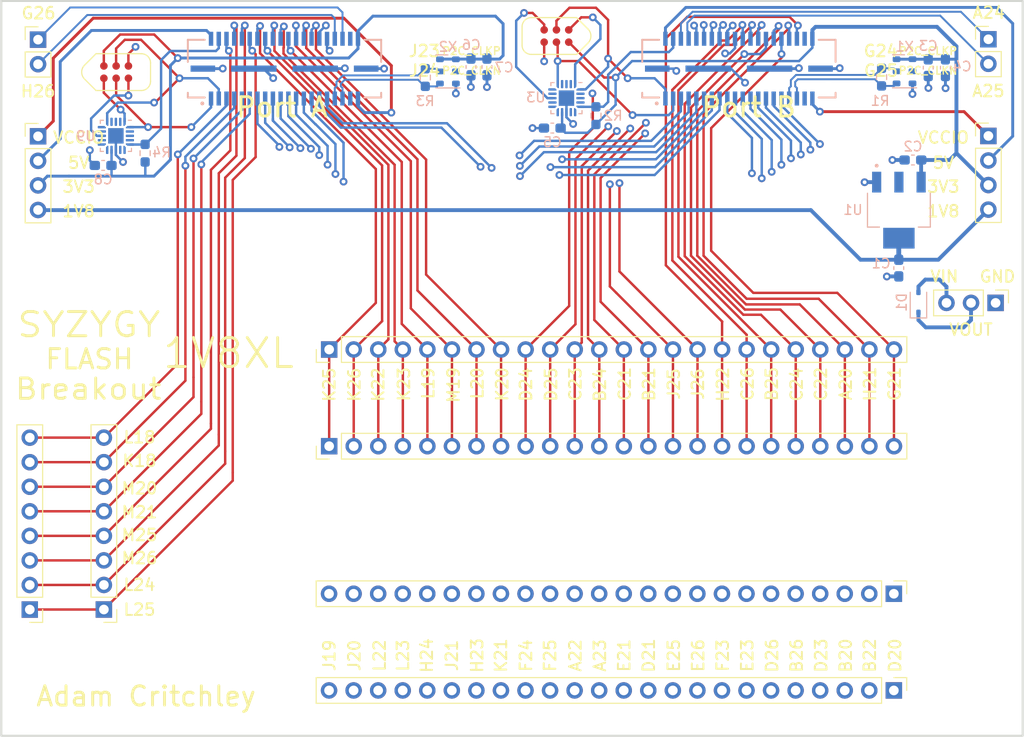
<source format=kicad_pcb>
(kicad_pcb (version 20221018) (generator pcbnew)
  (layers (0 "F.Cu" signal) (1 "In1.Cu" signal) (2 "In2.Cu" power) (31 "B.Cu" signal) (34 "B.Paste" user) (35 "F.Paste" user) (36 "B.SilkS" user "B.Silkscreen") (37 "F.SilkS" user "F.Silkscreen") (38 "B.Mask" user) (39 "F.Mask" user) (44 "Edge.Cuts" user))
  (net 0 "")
  (net 1 "+1V8")
  (net 2 "GND")
  (net 3 "+3V3")
  (net 4 "/TXR_SCL")
  (net 5 "+5V")
  (net 6 "/TXR_SDA")
  (net 7 "/TXR_RGA")
  (net 8 "Net-(J1-S0_D0P)")
  (net 9 "Net-(J1-S1_D1P)")
  (net 10 "Net-(J1-S2_D0N)")
  (net 11 "Net-(J1-S3_D1N)")
  (net 12 "Net-(J1-S4_D2P)")
  (net 13 "Net-(J1-S5_D3P)")
  (net 14 "Net-(J1-S6_D2N)")
  (net 15 "Net-(J1-S7_D3N)")
  (net 16 "Net-(J1-S8_D4P)")
  (net 17 "Net-(J1-S9_D5P)")
  (net 18 "Net-(J1-S10_D4N)")
  (net 19 "Net-(J1-S11_D5N)")
  (net 20 "Net-(J1-S12_D6P)")
  (net 21 "Net-(J1-S13_D7P)")
  (net 22 "Net-(J1-S14_D6N)")
  (net 23 "Net-(J1-S15_D7N)")
  (net 24 "Net-(J1-S16)")
  (net 25 "Net-(J1-S17)")
  (net 26 "Net-(J1-S18)")
  (net 27 "Net-(J1-S19)")
  (net 28 "Net-(J1-S20)")
  (net 29 "Net-(J1-S21)")
  (net 30 "Net-(J1-S22)")
  (net 31 "Net-(J1-S23)")
  (net 32 "Net-(J1-S24)")
  (net 33 "Net-(J1-S25)")
  (net 34 "Net-(J1-S26)")
  (net 35 "Net-(J1-S27)")
  (net 36 "/TXR_P2C_CLKP")
  (net 37 "/GPIO3")
  (net 38 "/TXR_P2C_CLKN")
  (net 39 "/GPIO4")
  (net 42 "/STD_SCL")
  (net 43 "/STD_SDA")
  (net 44 "/STD_RGA")
  (net 45 "Net-(J2-S5_D3P)")
  (net 46 "Net-(J2-S7_D3N)")
  (net 47 "Net-(J2-S9_D5P)")
  (net 48 "Net-(J2-S11_D5N)")
  (net 49 "Net-(J2-S13_D7P)")
  (net 50 "Net-(J2-S15_D7N)")
  (net 51 "Net-(J2-S17)")
  (net 52 "Net-(J2-S19)")
  (net 53 "Net-(J2-S21)")
  (net 54 "Net-(J2-S23)")
  (net 55 "/GPIO2")
  (net 56 "/GPIO1")
  (net 57 "/STD_P2C_CLKP")
  (net 58 "/C2P_CLKP")
  (net 59 "/STD_P2C_CLKN")
  (net 60 "/C2P_CLKN")
  (net 63 "VCCIO")
  (net 64 "/Peripheral MCU/MISO")
  (net 65 "/Peripheral MCU/~{RESET}")
  (net 66 "/Peripheral MCU1/MISO")
  (net 67 "/Peripheral MCU1/~{RESET}")
  (net 95 "Net-(J2-S25)")
  (net 96 "Net-(J2-S27)")
  (net 97 "Net-(J2-S0_D0P)")
  (net 98 "Net-(J2-S2_D0N)")
  (net 99 "Net-(J2-S4_D2P)")
  (net 100 "Net-(J2-S6_D2N)")
  (net 101 "Net-(J2-S8_D4P)")
  (net 102 "Net-(J2-S10_D4N)")
  (net 103 "Net-(J2-S12_D6P)")
  (net 104 "Net-(J2-S14_D6N)")
  (net 105 "Net-(J2-S16)")
  (net 106 "Net-(J2-S18)")
  (net 107 "Net-(J2-S20)")
  (net 108 "Net-(J2-S22)")
  (net 109 "Net-(J2-S24)")
  (net 110 "Net-(J2-S26)")
  (net 111 "VCC")
  (net 112 "Net-(D1-A)")
  (footprint "Connector_PinHeader_2.54mm:PinHeader_1x08_P2.54mm_Vertical" (layer "F.Cu") (at 100.9142 106.945 180)
    (fp_text reference "J11" hide)
    (fp_text value "Conn_01x08" hide)
  )
  (footprint "Connector_PinHeader_2.54mm:PinHeader_1x24_P2.54mm_Vertical" (layer "F.Cu") (at 124.218 90.052 90)
    (fp_text reference "J9" hide)
    (fp_text value "Conn_01x24" hide)
  )
  (footprint "Connector_PinHeader_2.54mm:PinHeader_1x24_P2.54mm_Vertical" (layer "F.Cu") (at 182.626 105.316 -90)
    (fp_text reference "J7" hide)
    (fp_text value "Conn_01x24" hide)
  )
  (footprint "pkl_tag_connect:TC2030-NL_SMALL" (layer "F.Cu") (at 147.7264 47.625 180)
    (fp_text reference "J6" hide)
    (fp_text value "TagConnect" hide)
  )
  (footprint "Connector_PinHeader_2.54mm:PinHeader_1x02_P2.54mm_Vertical" (layer "F.Cu") (at 192.405 47.9628)
    (fp_text reference "J12" hide)
    (fp_text value "Conn_01x02" hide)
  )
  (footprint "Connector_PinHeader_2.54mm:PinHeader_1x04_P2.54mm_Vertical" (layer "F.Cu") (at 94.107 58)
    (fp_text reference "J14" hide)
    (fp_text value "Conn_01x04" hide)
  )
  (footprint "Connector_PinHeader_2.54mm:PinHeader_1x24_P2.54mm_Vertical" (layer "F.Cu") (at 124.218 80.052 90)
    (fp_text reference "J5" hide)
    (fp_text value "Conn_01x24" hide)
  )
  (footprint "Connector_PinHeader_2.54mm:PinHeader_1x08_P2.54mm_Vertical" (layer "F.Cu") (at 93.25 106.95 180)
    (fp_text reference "J15" hide)
    (fp_text value "Conn_01x08" hide)
  )
  (footprint "Connector_PinHeader_2.54mm:PinHeader_1x03_P2.54mm_Vertical" (layer "F.Cu") (at 193.15 75.23 -90)
    (fp_text reference "J4" hide)
    (fp_text value "Conn_01x03" hide)
  )
  (footprint "Connector_PinHeader_2.54mm:PinHeader_1x02_P2.54mm_Vertical" (layer "F.Cu") (at 94.107 48)
    (fp_text reference "J13" hide)
    (fp_text value "Conn_01x02" hide)
  )
  (footprint "Connector_PinHeader_2.54mm:PinHeader_1x24_P2.54mm_Vertical" (layer "F.Cu") (at 182.626 115.316 -90)
    (fp_text reference "J8" hide)
    (fp_text value "Conn_01x24" hide)
  )
  (footprint "Connector_PinHeader_2.54mm:PinHeader_1x04_P2.54mm_Vertical" (layer "F.Cu") (at 192.405 57.9628)
    (fp_text reference "J3" hide)
    (fp_text value "Conn_01x04" hide)
  )
  (footprint "pkl_tag_connect:TC2030-NL_SMALL" (layer "F.Cu") (at 102.1842 51.3588)
    (fp_text reference "J10" hide)
    (fp_text value "TagConnect" hide)
  )
  (footprint "Capacitor_SMD:C_0603_1608Metric_Pad1.08x0.95mm_HandSolder" (layer "B.Cu") (at 184.6 60.45)
    (fp_text reference "C2")
    (fp_text value "1uF" hide)
  )
  (footprint "kicad-libs:SAMTEC_QTE-020-01-F-D-A-TR" (layer "B.Cu") (at 166.598 51)
    (fp_text reference "J2" hide)
    (fp_text value "QTE-020-01-F-D-A-TR" hide)
  )
  (footprint "Resistor_SMD:R_0603_1608Metric_Pad0.98x0.95mm_HandSolder" (layer "B.Cu") (at 181.356 51.8745 -90)
    (fp_text reference "R1")
    (fp_text value "100R" hide)
  )
  (footprint "Capacitor_SMD:C_0603_1608Metric_Pad1.08x0.95mm_HandSolder" (layer "B.Cu") (at 183.134 71.628 -90)
    (fp_text reference "C1")
    (fp_text value "1uF" hide)
  )
  (footprint "Package_DFN_QFN:QFN-20-1EP_3x3mm_P0.45mm_EP1.6x1.6mm" (layer "B.Cu") (at 148.761 54.05 180)
    (fp_text reference "U3")
    (fp_text value "ATtiny44A-MMH" hide)
  )
  (footprint "Diode_SMD:D_SOD-323" (layer "B.Cu") (at 185.17 75.1775 90)
    (fp_text reference "D1")
    (fp_text value "BAT60A" hide)
  )
  (footprint "Package_DFN_QFN:QFN-20-1EP_3x3mm_P0.45mm_EP1.6x1.6mm" (layer "B.Cu") (at 102.1566 57.9518 180)
    (fp_text reference "U9")
    (fp_text value "ATtiny44A-MMH" hide)
  )
  (footprint "Resistor_SMD:R_0603_1608Metric_Pad0.98x0.95mm_HandSolder" (layer "B.Cu") (at 105.1814 59.7427 90)
    (fp_text reference "R4")
    (fp_text value "10K" hide)
  )
  (footprint "Capacitor_SMD:C_0603_1608Metric_Pad1.08x0.95mm_HandSolder" (layer "B.Cu") (at 186.182 50.9005 -90)
    (fp_text reference "C3")
    (fp_text value "1uF" hide)
  )
  (footprint "Capacitor_SMD:C_0603_1608Metric_Pad1.08x0.95mm_HandSolder" (layer "B.Cu") (at 187.96 50.9005 -90)
    (fp_text reference "C4")
    (fp_text value "0.1uF" hide)
  )
  (footprint "Oscillator:Oscillator_SMD_Silicon_Labs_LGA-6_2.5x3.2mm_P1.25mm" (layer "B.Cu") (at 136.4996 51.288 180)
    (fp_text reference "X2")
    (fp_text value "SG3225VAN-250" hide)
  )
  (footprint "kicad-libs:SAMTEC_QTE-020-01-F-D-A-TR" (layer "B.Cu") (at 119.598 51)
    (fp_text reference "J1" hide)
    (fp_text value "QTE-020-01-F-D-A-TR" hide)
  )
  (footprint "Oscillator:Oscillator_SMD_Silicon_Labs_LGA-6_2.5x3.2mm_P1.25mm" (layer "B.Cu") (at 183.731 51.275 180)
    (fp_text reference "X1")
    (fp_text value "SG3225VAN-100" hide)
  )
  (footprint "Capacitor_SMD:C_0603_1608Metric_Pad1.08x0.95mm_HandSolder" (layer "B.Cu") (at 138.8872 50.8254 -90)
    (fp_text reference "C6")
    (fp_text value "1uF" hide)
  )
  (footprint "Capacitor_SMD:C_0603_1608Metric_Pad1.08x0.95mm_HandSolder" (layer "B.Cu") (at 100.838 61.0108 180)
    (fp_text reference "C8")
    (fp_text value "0.1uF" hide)
  )
  (footprint "Resistor_SMD:R_0603_1608Metric_Pad0.98x0.95mm_HandSolder" (layer "B.Cu") (at 134.1628 51.9176 -90)
    (fp_text reference "R3")
    (fp_text value "100R" hide)
  )
  (footprint "Resistor_SMD:R_0603_1608Metric_Pad0.98x0.95mm_HandSolder" (layer "B.Cu") (at 151.811 55.8625 90)
    (fp_text reference "R2")
    (fp_text value "10K" hide)
  )
  (footprint "Capacitor_SMD:C_0603_1608Metric_Pad1.08x0.95mm_HandSolder" (layer "B.Cu") (at 147.2957 57.15 180)
    (fp_text reference "C5")
    (fp_text value "0.1uF" hide)
  )
  (footprint "Capacitor_SMD:C_0603_1608Metric_Pad1.08x0.95mm_HandSolder" (layer "B.Cu") (at 140.5382 50.8243 -90)
    (fp_text reference "C7")
    (fp_text value "0.1uF" hide)
  )
  (footprint "kicad-libs:SOT230P700X180-4N" (layer "B.Cu") (at 183.148 65.638 -90)
    (fp_text reference "U1")
    (fp_text value "TLV1117LV18DCYT" hide)
  )
  (gr_rect (start 90.308 44) (end 195.946 120) (stroke (width 0.2)) (fill none) (layer "Edge.Cuts"))
  (gr_text "G26" (at 94.1578 45.2628) (layer "F.SilkS") (effects (font (size 1.2 1.2) (thickness 0.2))))
  (gr_text "A22" (at 149.6822 111.7 90) (layer "F.SilkS") (effects (font (size 1.2 1.2) (thickness 0.2))))
  (gr_text "M20" (at 104.6 94.4118) (layer "F.SilkS") (effects (font (size 1.2 1.2) (thickness 0.2))))
  (gr_text "1V8XL" (at 106.8324 82.1944) (layer "F.SilkS") (effects (font (size 3 3) (thickness 0.3) bold) (justify left bottom)))
  (gr_text "J26" (at 162.3568 83.6168 90) (layer "F.SilkS") (effects (font (size 1.2 1.2) (thickness 0.2))))
  (gr_text "E26" (at 162.3822 111.7 90) (layer "F.SilkS") (effects (font (size 1.2 1.2) (thickness 0.2))))
  (gr_text "K18" (at 104.6 91.567) (layer "F.SilkS") (effects (font (size 1.2 1.2) (thickness 0.2))))
  (gr_text "G21" (at 182.7022 83.6168 90) (layer "F.SilkS") (effects (font (size 1.2 1.2) (thickness 0.2))))
  (gr_text "E23" (at 167.4622 111.7 90) (layer "F.SilkS") (effects (font (size 1.2 1.2) (thickness 0.2))))
  (gr_text "GND" (at 193.35 72.5) (layer "F.SilkS") (effects (font (size 1.2 1.2) (thickness 0.2))))
  (gr_text "H21" (at 180.1622 83.6168 90) (layer "F.SilkS") (effects (font (size 1.2 1.2) (thickness 0.2))))
  (gr_text "D23" (at 175.1076 111.7 90) (layer "F.SilkS") (effects (font (size 1.2 1.2) (thickness 0.2))))
  (gr_text "1V8\n" (at 187.75 65.75) (layer "F.SilkS") (effects (font (size 1.2 1.2) (thickness 0.2))))
  (gr_text "FLASH" (at 94.6988 82.22) (layer "F.SilkS") (effects (font (size 2 2) (thickness 0.3) bold) (justify left bottom)))
  (gr_text "K21" (at 141.986 111.7 90) (layer "F.SilkS") (effects (font (size 1.2 1.2) (thickness 0.2))))
  (gr_text "C23" (at 149.6822 83.6422 90) (layer "F.SilkS") (effects (font (size 1.2 1.2) (thickness 0.2))))
  (gr_text "B22" (at 180.1368 111.7 90) (layer "F.SilkS") (effects (font (size 1.2 1.2) (thickness 0.2))))
  (gr_text "D25" (at 147.1676 83.6676 90) (layer "F.SilkS") (effects (font (size 1.2 1.2) (thickness 0.2))))
  (gr_text "B20" (at 177.6476 111.7 90) (layer "F.SilkS") (effects (font (size 1.2 1.2) (thickness 0.2))))
  (gr_text "K20" (at 142.113 83.6422 90) (layer "F.SilkS") (effects (font (size 1.2 1.2) (thickness 0.2))))
  (gr_text "L24" (at 104.6 104.394) (layer "F.SilkS") (effects (font (size 1.2 1.2) (thickness 0.2))))
  (gr_text "L18" (at 104.6 89.1286) (layer "F.SilkS") (effects (font (size 1.2 1.2) (thickness 0.2))))
  (gr_text "J21" (at 136.906 111.7 90) (layer "F.SilkS") (effects (font (size 1.2 1.2) (thickness 0.2))))
  (gr_text "H22" (at 164.9476 83.6676 90) (layer "F.SilkS") (effects (font (size 1.2 1.2) (thickness 0.2))))
  (gr_text "B21" (at 157.3022 83.6422 90) (layer "F.SilkS") (effects (font (size 1.2 1.2) (thickness 0.2))))
  (gr_text "K23" (at 131.953 83.6422 90) (layer "F.SilkS") (effects (font (size 1.2 1.2) (thickness 0.2))))
  (gr_text "E21" (at 154.7368 111.7 90) (layer "F.SilkS") (effects (font (size 1.2 1.2) (thickness 0.2))))
  (gr_text "L20" (at 139.5476 83.5406 90) (layer "F.SilkS") (effects (font (size 1.2 1.2) (thickness 0.2))))
  (gr_text "D24" (at 144.5768 83.6676 90) (layer "F.SilkS") (effects (font (size 1.2 1.2) (thickness 0.2))))
  (gr_text "J24" (at 132.3594 51.2064) (layer "F.SilkS") (effects (font (size 1.2 1.2) (thickness 0.2) bold) (justify left)))
  (gr_text "M19" (at 137.0838 83.7184 90) (layer "F.SilkS") (effects (font (size 1.2 1.2) (thickness 0.2))))
  (gr_text "D20" (at 182.753 111.7 90) (layer "F.SilkS") (effects (font (size 1.2 1.2) (thickness 0.2))))
  (gr_text "B24" (at 152.2222 83.693 90) (layer "F.SilkS") (effects (font (size 1.2 1.2) (thickness 0.2))))
  (gr_text "VOUT" (at 190.6 78) (layer "F.SilkS") (effects (font (size 1.2 1.2) (thickness 0.2))))
  (gr_text "P2C_CLKN" (at 186.1566 51.2064) (layer "F.SilkS") (effects (font (size 0.8 0.8) (thickness 0.15) bold)))
  (gr_text "Port B" (at 162.56 56.1594) (layer "F.SilkS") (effects (font (size 2 2) (thickness 0.3) bold) (justify left bottom)))
  (gr_text "F24" (at 144.5768 111.7 90) (layer "F.SilkS") (effects (font (size 1.2 1.2) (thickness 0.2))))
  (gr_text "Port A" (at 114.427 56.1594) (layer "F.SilkS") (effects (font (size 2 2) (thickness 0.3) bold) (justify left bottom)))
  (gr_text "F25" (at 147.066 111.7 90) (layer "F.SilkS") (effects (font (size 1.2 1.2) (thickness 0.2))))
  (gr_text "A25" (at 192.405 53.3146) (layer "F.SilkS") (effects (font (size 1.2 1.2) (thickness 0.2))))
  (gr_text "P2C_CLKN" (at 138.938 51.2064) (layer "F.SilkS") (effects (font (size 0.8 0.8) (thickness 0.15) bold)))
  (gr_text "VIN" (at 187.85 72.5) (layer "F.SilkS") (effects (font (size 1.2 1.2) (thickness 0.2))))
  (gr_text "D26" (at 170.0276 111.7 90) (layer "F.SilkS") (effects (font (size 1.2 1.2) (thickness 0.2))))
  (gr_text "E25" (at 159.8676 111.7 90) (layer "F.SilkS") (effects (font (size 1.2 1.2) (thickness 0.2))))
  (gr_text "P2C_CLKP" (at 186.1566 49.1744) (layer "F.SilkS") (effects (font (size 0.8 0.8) (thickness 0.15) bold)))
  (gr_text "H23" (at 139.5222 111.7 90) (layer "F.SilkS") (effects (font (size 1.2 1.2) (thickness 0.2))))
  (gr_text "J25" (at 159.8676 83.6168 90) (layer "F.SilkS") (effects (font (size 1.2 1.2) (thickness 0.2))))
  (gr_text "J19" (at 124.2314 111.7 90) (layer "F.SilkS") (effects (font (size 1.2 1.2) (thickness 0.2))))
  (gr_text "Breakout" (at 91.5488 85.37) (layer "F.SilkS") (effects (font (size 2.1 2.3) (thickness 0.3) bold) (justify left bottom)))
  (gr_text "F23" (at 164.9222 111.7 90) (layer "F.SilkS") (effects (font (size 1.2 1.2) (thickness 0.2))))
  (gr_text "VCCIO" (at 98.31 58.13) (layer "F.SilkS") (effects (font (size 1.2 1.2) (thickness 0.2))))
  (gr_text "K26" (at 126.8222 83.693 90) (layer "F.SilkS") (effects (font (size 1.2 1.2) (thickness 0.2))))
  (gr_text "H24" (at 134.3152 111.7 90) (layer "F.SilkS") (effects (font (size 1.2 1.2) (thickness 0.2))))
  (gr_text "D21" (at 157.2768 111.7 90) (layer "F.SilkS") (effects (font (size 1.2 1.2) (thickness 0.2))))
  (gr_text "L25" (at 104.6 106.9594) (layer "F.SilkS") (effects (font (size 1.2 1.2) (thickness 0.2))))
  (gr_text "P2C_CLKP" (at 138.938 49.1744) (layer "F.SilkS") (effects (font (size 0.8 0.8) (thickness 0.15) bold)))
  (gr_text "A20" (at 177.6476 83.6168 90) (layer "F.SilkS") (effects (font (size 1.2 1.2) (thickness 0.2))))
  (gr_text "J23" (at 132.332399 49.1744) (layer "F.SilkS") (effects (font (size 1.2 1.2) (thickness 0.2) bold) (justify left)))
  (gr_text "K22" (at 129.286 83.693 90) (layer "F.SilkS") (effects (font (size 1.2 1.2) (thickness 0.2))))
  (gr_text "C26" (at 167.4876 83.6168 90) (layer "F.SilkS") (effects (font (size 1.2 1.2) (thickness 0.2))))
  (gr_text "A23" (at 152.2222 111.7 90) (layer "F.SilkS") (effects (font (size 1.2 1.2) (thickness 0.2))))
  (gr_text "C22" (at 175.0822 83.6422 90) (layer "F.SilkS") (effects (font (size 1.2 1.2) (thickness 0.2))))
  (gr_text "C24" (at 172.5676 83.6676 90) (layer "F.SilkS") (effects (font (size 1.2 1.2) (thickness 0.2))))
  (gr_text "L22" (at 129.4384 111.7 90) (layer "F.SilkS") (effects (font (size 1.2 1.2) (thickness 0.2))))
  (gr_text "B25" (at 170.0022 83.6168 90) (layer "F.SilkS") (effects (font (size 1.2 1.2) (thickness 0.2))))
  (gr_text "C21" (at 154.7876 83.6168 90) (layer "F.SilkS") (effects (font (size 1.2 1.2) (thickness 0.2))))
  (gr_text "M26" (at 104.6 101.6254) (layer "F.SilkS") (effects (font (size 1.2 1.2) (thickness 0.2))))
  (gr_text "5V" (at 98.31 60.743216) (layer "F.SilkS") (effects (font (size 1.2 1.2) (thickness 0.2))))
  (gr_text "H26" (at 94.107 53.34) (layer "F.SilkS") (effects (font (size 1.2 1.2) (thickness 0.2))))
  (gr_text "M25" (at 104.6 99.2378) (layer "F.SilkS") (effects (font (size 1.2 1.2) (thickness 0.2))))
  (gr_text "M21" (at 104.6 96.8756) (layer "F.SilkS") (effects (font (size 1.2 1.2) (thickness 0.2))))
  (gr_text "G24" (at 179.398599 49.1744) (layer "F.SilkS") (effects (font (size 1.2 1.2) (thickness 0.2) bold) (justify left)))
  (gr_text "1V8\n" (at 98.31 65.75) (layer "F.SilkS") (effects (font (size 1.2 1.2) (thickness 0.2))))
  (gr_text "G25" (at 179.4256 51.2064) (layer "F.SilkS") (effects (font (size 1.2 1.2) (thickness 0.2) bold) (justify left)))
  (gr_text "3V3" (at 98.31 63.21) (layer "F.SilkS") (effects (font (size 1.2 1.2) (thickness 0.2))))
  (gr_text "J20" (at 126.8222 111.7 90) (layer "F.SilkS") (effects (font (size 1.2 1.2) (thickness 0.2))))
  (gr_text "L19" (at 134.4676 83.5406 90) (layer "F.SilkS") (effects (font (size 1.2 1.2) (thickness 0.2))))
  (gr_text "SYZYGY" (at 99.3676 77.486) (layer "F.SilkS") (effects (font (size 2.5 2.7) (thickness 0.3))))
  (gr_text "VCCIO" (at 187.75 58.13) (layer "F.SilkS") (effects (font (size 1.2 1.2) (thickness 0.2))))
  (gr_text "Adam Critchley" (at 93.7514 117.094) (layer "F.SilkS") (effects (font (size 2 2) (thickness 0.3) bold) (justify left bottom)))
  (gr_text "L23" (at 131.8514 111.7 90) (layer "F.SilkS") (effects (font (size 1.2 1.2) (thickness 0.2))))
  (gr_text "B26" (at 172.5676 111.7 90) (layer "F.SilkS") (effects (font (size 1.2 1.2) (thickness 0.2))))
  (gr_text "5V" (at 187.75 60.743216) (layer "F.SilkS") (effects (font (size 1.2 1.2) (thickness 0.2))))
  (gr_text "3V3" (at 187.75 63.21) (layer "F.SilkS") (effects (font (size 1.2 1.2) (thickness 0.2))))
  (gr_text "A24" (at 192.4558 45.212) (layer "F.SilkS") (effects (font (size 1.2 1.2) (thickness 0.2))))
  (gr_text "K25" (at 124.2314 83.693 90) (layer "F.SilkS") (effects (font (size 1.2 1.2) (thickness 0.2))))
  (segment (start 187.2223 70.7655) (end 192.405 65.5828) (width 0.4) (layer "B.Cu") (net 1))
  (segment (start 183.134 70.7655) (end 187.2223 70.7655) (width 0.4) (layer "B.Cu") (net 1))
  (segment (start 94.1206 65.6336) (end 174.0408 65.6336) (width 0.4) (layer "B.Cu") (net 1))
  (segment (start 179.1727 70.7655) (end 183.134 70.7655) (width 0.4) (layer "B.Cu") (net 1))
  (segment (start 174.0408 65.6336) (end 179.1727 70.7655) (width 0.4) (layer "B.Cu") (net 1))
  (segment (start 183.134 70.7655) (end 183.134 68.552) (width 0.5) (layer "B.Cu") (net 1))
  (segment (start 94.107 65.62) (end 94.1206 65.6336) (width 0.4) (layer "B.Cu") (net 1))
  (segment (start 146.4564 50.2412) (end 146.4564 48.26) (width 0.25) (layer "F.Cu") (net 2))
  (segment (start 103.45 49.4834) (end 104.1908 48.7426) (width 0.25) (layer "F.Cu") (net 2))
  (segment (start 103.45 50.673) (end 103.45 49.4834) (width 0.25) (layer "F.Cu") (net 2))
  (via (at 99.46 59.43) (size 0.8) (drill 0.4) (layers "F.Cu" "B.Cu") (net 2))
  (via (at 138.872 52.90485) (size 0.8) (drill 0.4) (layers "F.Cu" "B.Cu") (net 2))
  (via (at 113.21 50.99) (size 0.8) (drill 0.4) (layers "F.Cu" "B.Cu") (net 2))
  (via (at 104.1908 48.7426) (size 0.8) (drill 0.4) (layers "F.Cu" "B.Cu") (net 2))
  (via (at 129.9 51) (size 0.8) (drill 0.4) (layers "F.Cu" "B.Cu") (net 2))
  (via (at 182.475 60.45) (size 0.8) (drill 0.4) (layers "F.Cu" "B.Cu") (net 2))
  (via (at 187.975 53.025) (size 0.8) (drill 0.4) (layers "F.Cu" "B.Cu") (net 2))
  (via (at 160.1216 51.2318) (size 0.8) (drill 0.4) (layers "F.Cu" "B.Cu") (net 2))
  (via (at 145.25 57.15) (size 0.8) (drill 0.4) (layers "F.Cu" "B.Cu") (net 2))
  (via (at 184.55 53.625) (size 0.8) (drill 0.4) (layers "F.Cu" "B.Cu") (net 2))
  (via (at 172.803484 50.949999) (size 0.8) (drill 0.4) (layers "F.Cu" "B.Cu") (net 2))
  (via (at 177.025 50.949999) (size 0.8) (drill 0.4) (layers "F.Cu" "B.Cu") (net 2))
  (via (at 118.43 51.98) (size 0.8) (drill 0.4) (layers "F.Cu" "B.Cu") (net 2))
  (via (at 125.84 50.96) (size 0.8) (drill 0.4) (layers "F.Cu" "B.Cu") (net 2))
  (via (at 181.9 72.5) (size 0.8) (drill 0.4) (layers "F.Cu" "B.Cu") (net 2))
  (via (at 140.5382 52.9082) (size 0.8) (drill 0.4) (layers "F.Cu" "B.Cu") (net 2))
  (via (at 186.2 53) (size 0.8) (drill 0.4) (layers "F.Cu" "B.Cu") (net 2))
  (via (at 102.8954 60.6552) (size 0.8) (drill 0.4) (layers "F.Cu" "B.Cu") (net 2))
  (via (at 179.6 62.75) (size 0.8) (drill 0.4) (layers "F.Cu" "B.Cu") (net 2))
  (via (at 167.2336 52.451) (size 0.8) (drill 0.4) (layers "F.Cu" "B.Cu") (net 2))
  (via (at 137.322 53.5705) (size 0.8) (drill 0.4) (layers "F.Cu" "B.Cu") (net 2))
  (via (at 149.4536 56.7182) (size 0.8) (drill 0.4) (layers "F.Cu" "B.Cu") (net 2))
  (via (at 146.4564 50.2412) (size 0.8) (drill 0.4) (layers "F.Cu" "B.Cu") (net 2))
  (segment (start 183.134 72.4905) (end 181.9095 72.4905) (width 0.4) (layer "B.Cu") (net 2))
  (segment (start 146.611 57.15) (end 145.25 57.15) (width 0.25) (layer "B.Cu") (net 2))
  (segment (start 125.84 50.96) (end 125.8 51) (width 0.3) (layer "B.Cu") (net 2))
  (segment (start 149.4536 56.7182) (end 148.761 56.0256) (width 0.25) (layer "B.Cu") (net 2))
  (segment (start 99.46 59.43) (end 99.46 60.5) (width 0.25) (layer "B.Cu") (net 2))
  (segment (start 172.803484 50.949999) (end 172.753483 51) (width 0.3) (layer "B.Cu") (net 2))
  (segment (start 176.974999 51) (end 177.025 50.949999) (width 0.3) (layer "B.Cu") (net 2))
  (segment (start 159.8898 51) (end 158.153 51) (width 0.25) (layer "B.Cu") (net 2))
  (segment (start 180.848 62.738) (end 179.612 62.738) (width 0.4) (layer "B.Cu") (net 2))
  (segment (start 175.043 51) (end 176.974999 51) (width 0.3) (layer "B.Cu") (net 2))
  (segment (start 117.45 51) (end 116.423 51) (width 0.3) (layer "B.Cu") (net 2))
  (segment (start 102.1566 59.924808) (end 102.886992 60.6552) (width 0.25) (layer "B.Cu") (net 2))
  (segment (start 148.761 56.0256) (end 148.761 54.05) (width 0.25) (layer "B.Cu") (net 2))
  (segment (start 187.96 51.763) (end 187.96 53.01) (width 0.3) (layer "B.Cu") (net 2))
  (segment (start 183.7375 60.45) (end 182.475 60.45) (width 0.4) (layer "B.Cu") (net 2))
  (segment (start 187.96 53.01) (end 187.975 53.025) (width 0.3) (layer "B.Cu") (net 2))
  (segment (start 99.9708 61.0108) (end 99.9755 61.0108) (width 0.25) (layer "B.Cu") (net 2))
  (segment (start 184.556 52.525) (end 184.556 53.619) (width 0.3) (layer "B.Cu") (net 2))
  (segment (start 172.753483 51) (end 169.773 51) (width 0.3) (layer "B.Cu") (net 2))
  (segment (start 167.2336 52.451) (end 165.7826 51) (width 0.25) (layer "B.Cu") (net 2))
  (segment (start 137.3245 53.568) (end 137.3245 52.445) (width 0.3) (layer "B.Cu") (net 2))
  (segment (start 113.2 51) (end 111.153 51) (width 0.3) (layer "B.Cu") (net 2))
  (segment (start 184.556 53.619) (end 184.55 53.625) (width 0.3) (layer "B.Cu") (net 2))
  (segment (start 186.182 52.982) (end 186.2 53) (width 0.3) (layer "B.Cu") (net 2))
  (segment (start 102.1566 57.9518) (end 102.1566 59.924808) (width 0.25) (layer "B.Cu") (net 2))
  (segment (start 179.612 62.738) (end 179.6 62.75) (width 0.3) (layer "B.Cu") (net 2))
  (segment (start 138.872 51.69235) (end 138.872 52.90485) (width 0.3) (layer "B.Cu") (net 2))
  (segment (start 160.1216 51.2318) (end 159.8898 51) (width 0.25) (layer "B.Cu") (net 2))
  (segment (start 113.21 50.99) (end 113.2 51) (width 0.3) (layer "B.Cu") (net 2))
  (segment (start 129.9 51) (end 128.043 51) (width 0.3) (layer "B.Cu") (net 2))
  (segment (start 125.8 51) (end 122.773 51) (width 0.3) (layer "B.Cu") (net 2))
  (segment (start 186.182 51.763) (end 186.182 52.982) (width 0.3) (layer "B.Cu") (net 2))
  (segment (start 118.43 51.98) (end 117.45 51) (width 0.3) (layer "B.Cu") (net 2))
  (segment (start 140.5412 51.6957) (end 140.5412 52.9052) (width 0.3) (layer "B.Cu") (net 2))
  (segment (start 165.7826 51) (end 163.423 51) (width 0.25) (layer "B.Cu") (net 2))
  (segment (start 99.46 60.5) (end 99.9708 61.0108) (width 0.25) (layer "B.Cu") (net 2))
  (segment (start 181.9095 72.4905) (end 181.9 72.5) (width 0.3) (layer "B.Cu") (net 2))
  (segment (start 102.886992 60.6552) (end 102.8954 60.6552) (width 0.25) (layer "B.Cu") (net 2))
  (segment (start 148.9964 48.26) (end 152.654 51.9176) (width 0.25) (layer "F.Cu") (net 3))
  (segment (start 102.5906 47.4726) (end 100.91 49.1532) (width 0.25) (layer "F.Cu") (net 3))
  (segment (start 152.654 51.9176) (end 153.8478 51.9176) (width 0.25) (layer "F.Cu") (net 3))
  (segment (start 106.1212 47.4726) (end 102.5906 47.4726) (width 0.25) (layer "F.Cu") (net 3))
  (segment (start 108.5596 49.911) (end 106.1212 47.4726) (width 0.25) (layer "F.Cu") (net 3))
  (segment (start 100.91 49.1532) (end 100.91 50.673) (width 0.25) (layer "F.Cu") (net 3))
  (via (at 108.5596 49.911) (size 0.8) (drill 0.4) (layers "F.Cu" "B.Cu") (net 3))
  (via (at 153.8478 51.9176) (size 0.8) (drill 0.4) (layers "F.Cu" "B.Cu") (net 3))
  (segment (start 141.8375 50.0125) (end 142.21 49.64) (width 0.3) (layer "B.Cu") (net 3))
  (segment (start 153.8478 54.7382) (end 153.8478 51.9176) (width 0.25) (layer "B.Cu") (net 3))
  (segment (start 187.0862 46.675) (end 189.1 48.6888) (width 0.4) (layer "B.Cu") (net 3))
  (segment (start 185.448 62.738) (end 185.448 60.4645) (width 0.4) (layer "B.Cu") (net 3))
  (segment (start 97.3074 62.12) (end 101.68 62.12) (width 0.3) (layer "B.Cu") (net 3))
  (segment (start 95.067 62.12) (end 97.3074 62.12) (width 0.3) (layer "B.Cu") (net 3))
  (segment (start 189.1 59.7378) (end 188.3878 60.45) (width 0.4) (layer "B.Cu") (net 3))
  (segment (start 172.8172 50.2158) (end 155.5496 50.2158) (width 0.25) (layer "B.Cu") (net 3))
  (segment (start 142.21 46.36) (end 141.42 45.57) (width 0.3) (layer "B.Cu") (net 3))
  (segment (start 155.5496 50.2158) (end 155.2702 50.4952) (width 0.25) (layer "B.Cu") (net 3))
  (segment (start 107.8 50.6706) (end 108.5596 49.911) (width 0.3) (layer "B.Cu") (net 3))
  (segment (start 150.9534 57.6326) (end 148.6408 57.6326) (width 0.25) (layer "B.Cu") (net 3))
  (segment (start 148.6408 57.6326) (end 148.1582 57.15) (width 0.25) (layer "B.Cu") (net 3))
  (segment (start 174.198 47.002) (end 174.525 46.675) (width 0.4) (layer "B.Cu") (net 3))
  (segment (start 105.2 60.6625) (end 105.2 62.11) (width 0.25) (layer "B.Cu") (net 3))
  (segment (start 126.233 49.9) (end 109.264339 49.9) (width 0.3) (layer "B.Cu") (net 3))
  (segment (start 128.74 45.57) (end 127.198 47.112) (width 0.3) (layer "B.Cu") (net 3))
  (segment (start 185.448 60.4645) (end 185.4625 60.45) (width 0.4) (layer "B.Cu") (net 3))
  (segment (start 94.107 63.08) (end 95.067 62.12) (width 0.3) (layer "B.Cu") (net 3))
  (segment (start 127.198 47.112) (end 127.198 47.91) (width 0.3) (layer "B.Cu") (net 3))
  (segment (start 188.8998 50.025) (end 182.943 50.025) (width 0.3) (layer "B.Cu") (net 3))
  (segment (start 101.68 62.12) (end 105.19 62.12) (width 0.3) (layer "B.Cu") (net 3))
  (segment (start 153.5 55.086) (end 151.811 56.775) (width 0.25) (layer "B.Cu") (net 3))
  (segment (start 141.42 45.57) (end 128.74 45.57) (width 0.3) (layer "B.Cu") (net 3))
  (segment (start 105.2 62.11) (end 105.19 62.12) (width 0.2) (layer "B.Cu") (net 3))
  (segment (start 192.405 63.0428) (end 189.1 59.7378) (width 0.4) (layer "B.Cu") (net 3))
  (segment (start 174.198 48.835) (end 172.8172 50.2158) (width 0.25) (layer "B.Cu") (net 3))
  (segment (start 148.311 55.5) (end 148.311 57.125) (width 0.25) (layer "B.Cu") (net 3))
  (segment (start 106.1 62.12) (end 107.8 60.42) (width 0.3) (layer "B.Cu") (net 3))
  (segment (start 108.5706 49.9) (end 108.5596 49.911) (width 0.3) (layer "B.Cu") (net 3))
  (segment (start 101.7066 59.4018) (end 101.7066 62.0934) (width 0.25) (layer "B.Cu") (net 3))
  (segment (start 135.6745 50.0125) (end 141.8375 50.0125) (width 0.3) (layer "B.Cu") (net 3))
  (segment (start 188.3878 60.45) (end 185.4625 60.45) (width 0.4) (layer "B.Cu") (net 3))
  (segment (start 151.811 56.775) (end 150.9534 57.6326) (width 0.25) (layer "B.Cu") (net 3))
  (segment (start 107.8 60.42) (end 107.8 50.6706) (width 0.3) (layer "B.Cu") (net 3))
  (segment (start 174.525 46.675) (end 187.0862 46.675) (width 0.4) (layer "B.Cu") (net 3))
  (segment (start 153.5 55.086) (end 153.8478 54.7382) (width 0.25) (layer "B.Cu") (net 3))
  (segment (start 127.198 47.91) (end 127.198 48.935) (width 0.3) (layer "B.Cu") (net 3))
  (segment (start 142.21 49.64) (end 142.21 46.36) (width 0.3) (layer "B.Cu") (net 3))
  (segment (start 105.19 62.12) (end 106.1 62.12) (width 0.3) (layer "B.Cu") (net 3))
  (segment (start 153.8478 51.9176) (end 155.2702 50.4952) (width 0.25) (layer "B.Cu") (net 3))
  (segment (start 127.198 48.935) (end 126.233 49.9) (width 0.3) (layer "B.Cu") (net 3))
  (segment (start 109.264339 49.9) (end 108.5706 49.9) (width 0.3) (layer "B.Cu") (net 3))
  (segment (start 189.1 48.6888) (end 189.1 59.7378) (width 0.4) (layer "B.Cu") (net 3))
  (segment (start 174.198 47.91) (end 174.198 48.835) (width 0.25) (layer "B.Cu") (net 3))
  (segment (start 174.198 47.91) (end 174.198 47.002) (width 0.4) (layer "B.Cu") (net 3))
  (segment (start 105.486905 57.0484) (end 102.1842 53.745695) (width 0.25) (layer "F.Cu") (net 4))
  (segment (start 109.96 57.0484) (end 105.486905 57.0484) (width 0.25) (layer "F.Cu") (net 4))
  (segment (start 102.1842 53.745695) (end 102.1842 51.9938) (width 0.25) (layer "F.Cu") (net 4))
  (via (at 109.96 57.0484) (size 0.8) (drill 0.4) (layers "F.Cu" "B.Cu") (net 4))
  (via (at 105.486905 57.0484) (size 0.8) (drill 0.4) (layers "F.Cu" "B.Cu") (net 4))
  (segment (start 109.96 57.0484) (end 111.998 55.0104) (width 0.25) (layer "B.Cu") (net 4))
  (segment (start 105.486905 57.0484) (end 103.61 57.0484) (width 0.25) (layer "B.Cu") (net 4))
  (segment (start 111.998 55.0104) (end 111.998 54.09) (width 0.25) (layer "B.Cu") (net 4))
  (segment (start 103.61 57.0484) (end 103.6066 57.0518) (width 0.25) (layer "B.Cu") (net 4))
  (segment (start 111.528 47.05) (end 99.625 47.05) (width 0.3) (layer "B.Cu") (net 5))
  (segment (start 99.625 47.05) (end 96.5375 50.1375) (width 0.3) (layer "B.Cu") (net 5))
  (segment (start 94.107 60.54) (end 96.4 58.247) (width 0.3) (layer "B.Cu") (net 5))
  (segment (start 161.1082 44.6668) (end 193.2568 44.6668) (width 0.3) (layer "B.Cu") (net 5))
  (segment (start 194.9196 46.3296) (end 194.9196 57.9882) (width 0.3) (layer "B.Cu") (net 5))
  (segment (start 111.998 47.91) (end 111.998 47.52) (width 0.3) (layer "B.Cu") (net 5))
  (segment (start 194.9196 57.9882) (end 192.405 60.5028) (width 0.3) (layer "B.Cu") (net 5))
  (segment (start 96.4 58.247) (end 96.4 50.275) (width 0.3) (layer "B.Cu") (net 5))
  (segment (start 193.2568 44.6668) (end 194.9196 46.3296) (width 0.3) (layer "B.Cu") (net 5))
  (segment (start 96.4 50.275) (end 96.5375 50.1375) (width 0.3) (layer "B.Cu") (net 5))
  (segment (start 158.998 47.91) (end 158.998 46.777) (width 0.3) (layer "B.Cu") (net 5))
  (segment (start 158.998 46.777) (end 161.1082 44.6668) (width 0.3) (layer "B.Cu") (net 5))
  (segment (start 111.998 47.52) (end 111.528 47.05) (width 0.3) (layer "B.Cu") (net 5))
  (segment (start 102.18 48.9162) (end 103.0786 48.0176) (width 0.25) (layer "F.Cu") (net 6))
  (segment (start 108.7374 51.9938) (end 104.7612 48.0176) (width 0.25) (layer "F.Cu") (net 6))
  (segment (start 102.18 48.9162) (end 102.18 50.673) (width 0.25) (layer "F.Cu") (net 6))
  (segment (start 106.1079 54.5084) (end 106.2228 54.5084) (width 0.25) (layer "F.Cu") (net 6))
  (segment (start 106.2228 54.5084) (end 108.7374 51.9938) (width 0.25) (layer "F.Cu") (net 6))
  (segment (start 103.0786 48.0176) (end 104.7612 48.0176) (width 0.25) (layer "F.Cu") (net 6))
  (via (at 106.1079 54.5084) (size 0.8) (drill 0.4) (layers "F.Cu" "B.Cu") (net 6))
  (via (at 108.7374 51.9938) (size 0.8) (drill 0.4) (layers "F.Cu" "B.Cu") (net 6))
  (segment (start 101.2566 55.617695) (end 101.2566 56.5018) (width 0.25) (layer "B.Cu") (net 6))
  (segment (start 112.798 53.115) (end 111.6768 51.9938) (width 0.25) (layer "B.Cu") (net 6))
  (segment (start 111.6768 51.9938) (end 108.7374 51.9938) (width 0.25) (layer "B.Cu") (net 6))
  (segment (start 112.798 54.09) (end 112.798 53.115) (width 0.25) (layer "B.Cu") (net 6))
  (segment (start 106.1079 54.5084) (end 102.352695 54.5084) (width 0.25) (layer "B.Cu") (net 6))
  (segment (start 102.352695 54.5084) (end 101.25 55.611095) (width 0.25) (layer "B.Cu") (net 6))
  (segment (start 101.25 55.611095) (end 101.2566 55.617695) (width 0.25) (layer "B.Cu") (net 6))
  (segment (start 103.6066 58.8518) (end 105.1857 58.8518) (width 0.25) (layer "B.Cu") (net 7))
  (segment (start 112.5086 49.1744) (end 112.798 48.885) (width 0.25) (layer "B.Cu") (net 7))
  (segment (start 105.1857 58.8518) (end 106.8324 57.2051) (width 0.25) (layer "B.Cu") (net 7))
  (segment (start 106.8324 50.1142) (end 107.7722 49.1744) (width 0.25) (layer "B.Cu") (net 7))
  (segment (start 106.8324 57.2051) (end 106.8324 50.1142) (width 0.25) (layer "B.Cu") (net 7))
  (segment (start 112.798 48.885) (end 112.798 47.91) (width 0.25) (layer "B.Cu") (net 7))
  (segment (start 107.7722 49.1744) (end 112.5086 49.1744) (width 0.25) (layer "B.Cu") (net 7))
  (segment (start 100.9142 89.165) (end 108.5596 81.5196) (width 0.25) (layer "F.Cu") (net 8))
  (segment (start 93.255 89.165) (end 93.25 89.17) (width 0.25) (layer "F.Cu") (net 8))
  (segment (start 108.5596 81.5196) (end 108.5596 59.8678) (width 0.25) (layer "F.Cu") (net 8))
  (segment (start 100.9142 89.165) (end 93.255 89.165) (width 0.25) (layer "F.Cu") (net 8))
  (via (at 108.5596 59.8678) (size 0.8) (drill 0.4) (layers "F.Cu" "B.Cu") (net 8))
  (segment (start 108.5596 59.8678) (end 113.598 54.8294) (width 0.25) (layer "B.Cu") (net 8))
  (segment (start 113.598 54.8294) (end 113.598 54.09) (width 0.25) (layer "B.Cu") (net 8))
  (segment (start 100.9142 99.325) (end 93.255 99.325) (width 0.25) (layer "F.Cu") (net 9))
  (segment (start 111.9886 88.2506) (end 100.9142 99.325) (width 0.25) (layer "F.Cu") (net 9))
  (segment (start 111.9886 61.468) (end 113.9952 59.4614) (width 0.25) (layer "F.Cu") (net 9))
  (segment (start 113.9952 59.4614) (end 113.9952 49.3029) (width 0.25) (layer "F.Cu") (net 9))
  (segment (start 111.9886 87.7062) (end 111.9886 88.2506) (width 0.25) (layer "F.Cu") (net 9))
  (segment (start 93.255 99.325) (end 93.25 99.33) (width 0.25) (layer "F.Cu") (net 9))
  (segment (start 113.9952 49.3029) (end 113.8428 49.1505) (width 0.25) (layer "F.Cu") (net 9))
  (segment (start 111.9886 87.7062) (end 111.9886 61.468) (width 0.25) (layer "F.Cu") (net 9))
  (via (at 113.8428 49.1505) (size 0.8) (drill 0.4) (layers "F.Cu" "B.Cu") (net 9))
  (segment (start 113.598 47.91) (end 113.598 48.9057) (width 0.25) (layer "B.Cu") (net 9))
  (segment (start 113.598 48.9057) (end 113.8428 49.1505) (width 0.25) (layer "B.Cu") (net 9))
  (segment (start 109.347 83.2722) (end 100.9142 91.705) (width 0.25) (layer "F.Cu") (net 10))
  (segment (start 109.347 81.8134) (end 109.347 83.2722) (width 0.25) (layer "F.Cu") (net 10))
  (segment (start 109.347 61.0362) (end 109.347 81.8134) (width 0.25) (layer "F.Cu") (net 10))
  (segment (start 100.9142 91.705) (end 93.255 91.705) (width 0.25) (layer "F.Cu") (net 10))
  (segment (start 93.255 91.705) (end 93.25 91.71) (width 0.25) (layer "F.Cu") (net 10))
  (via (at 109.347 61.0362) (size 0.8) (drill 0.4) (layers "F.Cu" "B.Cu") (net 10))
  (segment (start 114.361938 55.094844) (end 114.398 55.094844) (width 0.25) (layer "B.Cu") (net 10))
  (segment (start 109.347 60.109782) (end 114.361938 55.094844) (width 0.25) (layer "B.Cu") (net 10))
  (segment (start 109.347 61.0362) (end 109.347 60.109782) (width 0.25) (layer "B.Cu") (net 10))
  (segment (start 114.398 55.094844) (end 114.398 54.09) (width 0.25) (layer "B.Cu") (net 10))
  (segment (start 100.9142 101.865) (end 93.255 101.865) (width 0.25) (layer "F.Cu") (net 11))
  (segment (start 114.4016 46.5323) (end 114.625 46.7557) (width 0.25) (layer "F.Cu") (net 11))
  (segment (start 112.8014 61.8236) (end 112.8014 88.8492) (width 0.25) (layer "F.Cu") (net 11))
  (segment (start 112.8014 89.9778) (end 100.9142 101.865) (width 0.25) (layer "F.Cu") (net 11))
  (segment (start 114.625 60) (end 112.8014 61.8236) (width 0.25) (layer "F.Cu") (net 11))
  (segment (start 112.8014 88.8492) (end 112.8014 89.9778) (width 0.25) (layer "F.Cu") (net 11))
  (segment (start 114.625 46.7557) (end 114.625 60) (width 0.25) (layer "F.Cu") (net 11))
  (segment (start 93.255 101.865) (end 93.25 101.87) (width 0.25) (layer "F.Cu") (net 11))
  (via (at 114.4016 46.5323) (size 0.8) (drill 0.4) (layers "F.Cu" "B.Cu") (net 11))
  (segment (start 114.4016 46.5323) (end 114.398 46.5359) (width 0.25) (layer "B.Cu") (net 11))
  (segment (start 114.398 46.5359) (end 114.398 47.91) (width 0.25) (layer "B.Cu") (net 11))
  (segment (start 100.9142 94.245) (end 93.255 94.245) (width 0.25) (layer "F.Cu") (net 12))
  (segment (start 110.1852 82.931) (end 110.1852 84.974) (width 0.25) (layer "F.Cu") (net 12))
  (segment (start 110.1852 60.296887) (end 110.1852 82.931) (width 0.25) (layer "F.Cu") (net 12))
  (segment (start 110.1852 84.974) (end 100.9142 94.245) (width 0.25) (layer "F.Cu") (net 12))
  (segment (start 93.255 94.245) (end 93.25 94.25) (width 0.25) (layer "F.Cu") (net 12))
  (via (at 110.1852 60.296887) (size 0.8) (drill 0.4) (layers "F.Cu" "B.Cu") (net 12))
  (segment (start 115.198 55.284087) (end 115.198 54.09) (width 0.25) (layer "B.Cu") (net 12))
  (segment (start 115.198 55.284087) (end 110.1852 60.296887) (width 0.25) (layer "B.Cu") (net 12))
  (segment (start 115.4938 60.2488) (end 113.4618 62.2808) (width 0.25) (layer "F.Cu") (net 13))
  (segment (start 113.4618 91.8574) (end 100.9142 104.405) (width 0.25) (layer "F.Cu") (net 13))
  (segment (start 100.9142 104.405) (end 93.255 104.405) (width 0.25) (layer "F.Cu") (net 13))
  (segment (start 93.255 104.405) (end 93.25 104.41) (width 0.25) (layer "F.Cu") (net 13))
  (segment (start 113.4618 90.5764) (end 113.4618 91.8574) (width 0.25) (layer "F.Cu") (net 13))
  (segment (start 115.4938 46.5323) (end 115.4938 60.2488) (width 0.25) (layer "F.Cu") (net 13))
  (segment (start 113.4618 62.2808) (end 113.4618 90.5764) (width 0.25) (layer "F.Cu") (net 13))
  (via (at 115.4938 46.5323) (size 0.8) (drill 0.4) (layers "F.Cu" "B.Cu") (net 13))
  (segment (start 115.4938 46.5323) (end 115.198 46.8281) (width 0.25) (layer "B.Cu") (net 13))
  (segment (start 115.198 46.8281) (end 115.198 47.91) (width 0.25) (layer "B.Cu") (net 13))
  (segment (start 110.994 60.9092) (end 110.994 85.4456) (width 0.25) (layer "F.Cu") (net 14))
  (segment (start 110.994 86.7052) (end 100.9142 96.785) (width 0.25) (layer "F.Cu") (net 14))
  (segment (start 110.994 85.4456) (end 110.994 86.7052) (width 0.25) (layer "F.Cu") (net 14))
  (segment (start 100.9142 96.785) (end 93.255 96.785) (width 0.25) (layer "F.Cu") (net 14))
  (segment (start 93.255 96.785) (end 93.25 96.79) (width 0.25) (layer "F.Cu") (net 14))
  (via (at 110.994 60.9092) (size 0.8) (drill 0.4) (layers "F.Cu" "B.Cu") (net 14))
  (segment (start 110.994 60.6846) (end 115.998 55.6806) (width 0.25) (layer "B.Cu") (net 14))
  (segment (start 115.998 55.6806) (end 115.998 54.09) (width 0.25) (layer "B.Cu") (net 14))
  (segment (start 110.994 60.9092) (end 110.994 60.6846) (width 0.25) (layer "B.Cu") (net 14))
  (segment (start 93.255 106.945) (end 93.25 106.95) (width 0.25) (layer "F.Cu") (net 15))
  (segment (start 100.9142 106.945) (end 93.255 106.945) (width 0.25) (layer "F.Cu") (net 15))
  (segment (start 114.244 93.6152) (end 100.9142 106.945) (width 0.25) (layer "F.Cu") (net 15))
  (segment (start 116.6114 49.5061) (end 116.6114 60.1472) (width 0.25) (layer "F.Cu") (net 15))
  (segment (start 114.244 92.7862) (end 114.244 93.6152) (width 0.25) (layer "F.Cu") (net 15))
  (segment (start 116.6114 60.1472) (end 114.244 62.5146) (width 0.25) (layer "F.Cu") (net 15))
  (segment (start 116.2558 49.1505) (end 116.6114 49.5061) (width 0.25) (layer "F.Cu") (net 15))
  (segment (start 114.244 62.5146) (end 114.244 92.7862) (width 0.25) (layer "F.Cu") (net 15))
  (via (at 116.2558 49.1505) (size 0.8) (drill 0.4) (layers "F.Cu" "B.Cu") (net 15))
  (segment (start 115.998 48.8927) (end 116.2558 49.1505) (width 0.25) (layer "B.Cu") (net 15))
  (segment (start 115.998 47.91) (end 115.998 48.8927) (width 0.25) (layer "B.Cu") (net 15))
  (via (at 119.066082 59.097079) (size 0.8) (drill 0.4) (layers "F.Cu" "B.Cu") (net 16))
  (segment (start 116.798 56.7016) (end 117.7798 57.6834) (width 0.25) (layer "B.Cu") (net 16))
  (segment (start 116.798 54.09) (end 116.798 56.7016) (width 0.25) (layer "B.Cu") (net 16))
  (segment (start 119.066082 58.969682) (end 119.066082 59.097079) (width 0.25) (layer "B.Cu") (net 16))
  (segment (start 117.7798 57.6834) (end 119.066082 58.969682) (width 0.25) (layer "B.Cu") (net 16))
  (segment (start 129.044 75.226) (end 124.218 80.052) (width 0.25) (layer "F.Cu") (net 17))
  (segment (start 117.0686 49.410824) (end 129.044 61.386224) (width 0.25) (layer "F.Cu") (net 17))
  (segment (start 117.0686 46.5836) (end 117.0686 49.410824) (width 0.25) (layer "F.Cu") (net 17))
  (segment (start 129.044 61.386224) (end 129.044 75.226) (width 0.25) (layer "F.Cu") (net 17))
  (segment (start 124.218 80.052) (end 124.218 90.052) (width 0.25) (layer "F.Cu") (net 17))
  (via (at 117.0686 46.5836) (size 0.8) (drill 0.4) (layers "F.Cu" "B.Cu") (net 17))
  (segment (start 117.0686 46.5836) (end 116.798 46.8542) (width 0.25) (layer "B.Cu") (net 17))
  (segment (start 116.798 46.8542) (end 116.798 47.91) (width 0.25) (layer "B.Cu") (net 17))
  (via (at 120.133401 59.139799) (size 0.8) (drill 0.4) (layers "F.Cu" "B.Cu") (net 18))
  (segment (start 117.598 56.604398) (end 120.133401 59.139799) (width 0.25) (layer "B.Cu") (net 18))
  (segment (start 117.598 54.09) (end 117.598 56.512356) (width 0.25) (layer "B.Cu") (net 18))
  (segment (start 117.598 56.512356) (end 117.598 56.604398) (width 0.25) (layer "B.Cu") (net 18))
  (segment (start 117.833581 49.151981) (end 117.833581 49.1505) (width 0.25) (layer "F.Cu") (net 19))
  (segment (start 126.758 80.052) (end 126.758 90.052) (width 0.25) (layer "F.Cu") (net 19))
  (segment (start 126.758 80.052) (end 129.694 77.116) (width 0.25) (layer "F.Cu") (net 19))
  (segment (start 129.6924 77.1144) (end 129.694 77.116) (width 0.25) (layer "F.Cu") (net 19))
  (segment (start 129.6924 61.0108) (end 129.6924 77.1144) (width 0.25) (layer "F.Cu") (net 19))
  (segment (start 129.6924 61.0108) (end 117.833581 49.151981) (width 0.25) (layer "F.Cu") (net 19))
  (via (at 117.833581 49.1505) (size 0.8) (drill 0.4) (layers "F.Cu" "B.Cu") (net 19))
  (segment (start 117.598 47.91) (end 117.598 48.914919) (width 0.25) (layer "B.Cu") (net 19))
  (segment (start 117.598 48.914919) (end 117.833581 49.1505) (width 0.25) (layer "B.Cu") (net 19))
  (via (at 121.242522 59.224321) (size 0.8) (drill 0.4) (layers "F.Cu" "B.Cu") (net 20))
  (segment (start 118.398 56.2102) (end 118.398 56.379799) (width 0.25) (layer "B.Cu") (net 20))
  (segment (start 118.398 54.09) (end 118.398 56.2102) (width 0.25) (layer "B.Cu") (net 20))
  (segment (start 118.398 56.2102) (end 118.398 56.323112) (width 0.25) (layer "B.Cu") (net 20))
  (segment (start 118.398 56.379799) (end 121.242522 59.224321) (width 0.25) (layer "B.Cu") (net 20))
  (segment (start 118.558581 49.165781) (end 130.344 60.9512) (width 0.25) (layer "F.Cu") (net 21))
  (segment (start 130.344 60.9512) (end 130.344 79.006) (width 0.25) (layer "F.Cu") (net 21))
  (segment (start 129.298 80.052) (end 129.298 90.052) (width 0.25) (layer "F.Cu") (net 21))
  (segment (start 118.558581 46.553054) (end 118.537827 46.5323) (width 0.25) (layer "F.Cu") (net 21))
  (segment (start 130.344 79.006) (end 129.298 80.052) (width 0.25) (layer "F.Cu") (net 21))
  (segment (start 118.558581 49.165781) (end 118.558581 46.553054) (width 0.25) (layer "F.Cu") (net 21))
  (via (at 118.537827 46.5323) (size 0.8) (drill 0.4) (layers "F.Cu" "B.Cu") (net 21))
  (segment (start 118.398 46.672127) (end 118.398 47.91) (width 0.25) (layer "B.Cu") (net 21))
  (segment (start 118.537827 46.5323) (end 118.398 46.672127) (width 0.25) (layer "B.Cu") (net 21))
  (via (at 122.3264 59.2836) (size 0.8) (drill 0.4) (layers "F.Cu" "B.Cu") (net 22))
  (segment (start 119.198 56.115993) (end 119.198 56.1552) (width 0.25) (layer "B.Cu") (net 22))
  (segment (start 119.198 56.1552) (end 122.3264 59.2836) (width 0.25) (layer "B.Cu") (net 22))
  (segment (start 119.198 54.09) (end 119.198 56.115993) (width 0.25) (layer "B.Cu") (net 22))
  (segment (start 130.9878 79.2018) (end 131.838 80.052) (width 0.25) (layer "F.Cu") (net 23))
  (segment (start 119.495997 48.850195) (end 119.495997 49.450805) (width 0.25) (layer "F.Cu") (net 23))
  (segment (start 119.532159 46.633836) (end 119.520997 46.644998) (width 0.25) (layer "F.Cu") (net 23))
  (segment (start 130.9878 60.942608) (end 130.9878 79.2018) (width 0.25) (layer "F.Cu") (net 23))
  (segment (start 119.520997 48.825195) (end 119.495997 48.850195) (width 0.25) (layer "F.Cu") (net 23))
  (segment (start 119.495997 49.450805) (end 130.9878 60.942608) (width 0.25) (layer "F.Cu") (net 23))
  (segment (start 119.520997 46.644998) (end 119.520997 48.825195) (width 0.25) (layer "F.Cu") (net 23))
  (segment (start 131.838 80.052) (end 131.838 90.052) (width 0.25) (layer "F.Cu") (net 23))
  (via (at 119.532159 46.633836) (size 0.8) (drill 0.4) (layers "F.Cu" "B.Cu") (net 23))
  (segment (start 119.198 46.967995) (end 119.532159 46.633836) (width 0.25) (layer "B.Cu") (net 23))
  (segment (start 119.198 47.91) (end 119.198 46.967995) (width 0.25) (layer "B.Cu") (net 23))
  (via (at 123.19 59.944) (size 0.8) (drill 0.4) (layers "F.Cu" "B.Cu") (net 24))
  (segment (start 119.998 55.926044) (end 119.998 54.09) (width 0.25) (layer "B.Cu") (net 24))
  (segment (start 123.19 59.944) (end 123.19 59.118044) (width 0.25) (layer "B.Cu") (net 24))
  (segment (start 123.19 59.118044) (end 119.998 55.926044) (width 0.25) (layer "B.Cu") (net 24))
  (segment (start 120.220997 49.1505) (end 131.7244 60.653903) (width 0.25) (layer "F.Cu") (net 25))
  (segment (start 131.7244 60.653903) (end 131.7244 77.3984) (width 0.25) (layer "F.Cu") (net 25))
  (segment (start 131.7244 77.3984) (end 134.378 80.052) (width 0.25) (layer "F.Cu") (net 25))
  (segment (start 134.378 80.052) (end 134.378 90.052) (width 0.25) (layer "F.Cu") (net 25))
  (via (at 120.220997 49.1505) (size 0.8) (drill 0.4) (layers "F.Cu" "B.Cu") (net 25))
  (segment (start 119.998 48.927503) (end 120.220997 49.1505) (width 0.25) (layer "B.Cu") (net 25))
  (segment (start 119.998 47.91) (end 119.998 48.927503) (width 0.25) (layer "B.Cu") (net 25))
  (via (at 124.0536 60.9346) (size 0.8) (drill 0.4) (layers "F.Cu" "B.Cu") (net 26))
  (segment (start 120.798 55.7368) (end 121.7735 56.7123) (width 0.25) (layer "B.Cu") (net 26))
  (segment (start 121.7735 56.7123) (end 124.0536 58.9924) (width 0.25) (layer "B.Cu") (net 26))
  (segment (start 124.0536 58.9924) (end 124.0536 60.9346) (width 0.25) (layer "B.Cu") (net 26))
  (segment (start 120.798 54.09) (end 120.798 55.7368) (width 0.25) (layer "B.Cu") (net 26))
  (segment (start 132.6642 75.7982) (end 132.6642 60.568398) (width 0.25) (layer "F.Cu") (net 27))
  (segment (start 120.777 48.681198) (end 120.777 46.5323) (width 0.25) (layer "F.Cu") (net 27))
  (segment (start 136.918 80.052) (end 136.918 90.052) (width 0.25) (layer "F.Cu") (net 27))
  (segment (start 136.918 80.052) (end 132.6642 75.7982) (width 0.25) (layer "F.Cu") (net 27))
  (segment (start 132.6642 60.568398) (end 120.777 48.681198) (width 0.25) (layer "F.Cu") (net 27))
  (via (at 120.777 46.5323) (size 0.8) (drill 0.4) (layers "F.Cu" "B.Cu") (net 27))
  (segment (start 120.798 46.5533) (end 120.798 47.91) (width 0.25) (layer "B.Cu") (net 27))
  (segment (start 120.777 46.5323) (end 120.798 46.5533) (width 0.25) (layer "B.Cu") (net 27))
  (via (at 124.8664 61.8998) (size 0.8) (drill 0.4) (layers "F.Cu" "B.Cu") (net 28))
  (segment (start 121.598 55.54685) (end 122.805329 56.754179) (width 0.25) (layer "B.Cu") (net 28))
  (segment (start 122.805329 56.754179) (end 122.819579 56.754179) (width 0.25) (layer "B.Cu") (net 28))
  (segment (start 122.819579 56.754179) (end 124.8664 58.801) (width 0.25) (layer "B.Cu") (net 28))
  (segment (start 124.8664 58.801) (end 124.8664 61.8998) (width 0.25) (layer "B.Cu") (net 28))
  (segment (start 121.598 54.09) (end 121.598 55.54685) (width 0.25) (layer "B.Cu") (net 28))
  (segment (start 121.8438 48.8696) (end 133.35 60.3758) (width 0.25) (layer "F.Cu") (net 29))
  (segment (start 121.83315 46.5323) (end 121.8438 46.54295) (width 0.25) (layer "F.Cu") (net 29))
  (segment (start 121.8438 46.54295) (end 121.8438 48.8696) (width 0.25) (layer "F.Cu") (net 29))
  (segment (start 133.35 73.944) (end 139.458 80.052) (width 0.25) (layer "F.Cu") (net 29))
  (segment (start 133.35 60.3758) (end 133.35 73.944) (width 0.25) (layer "F.Cu") (net 29))
  (segment (start 139.458 80.052) (end 139.458 90.052) (width 0.25) (layer "F.Cu") (net 29))
  (via (at 121.83315 46.5323) (size 0.8) (drill 0.4) (layers "F.Cu" "B.Cu") (net 29))
  (segment (start 121.83315 46.5323) (end 121.598 46.76745) (width 0.25) (layer "B.Cu") (net 29))
  (segment (start 121.598 46.76745) (end 121.598 47.91) (width 0.25) (layer "B.Cu") (net 29))
  (via (at 125.7046 62.6872) (size 0.8) (drill 0.4) (layers "F.Cu" "B.Cu") (net 30))
  (segment (start 124.244 57.204192) (end 125.7046 58.664792) (width 0.25) (layer "B.Cu") (net 30))
  (segment (start 124.244 57.204192) (end 122.398 55.358192) (width 0.25) (layer "B.Cu") (net 30))
  (segment (start 122.398 55.358192) (end 122.398 54.09) (width 0.25) (layer "B.Cu") (net 30))
  (segment (start 125.7046 58.664792) (end 125.7046 62.6872) (width 0.25) (layer "B.Cu") (net 30))
  (segment (start 122.851702 49.013902) (end 134.244 60.4062) (width 0.25) (layer "F.Cu") (net 31))
  (segment (start 134.244 72.298) (end 141.998 80.052) (width 0.25) (layer "F.Cu") (net 31))
  (segment (start 134.244 60.4062) (end 134.244 72.298) (width 0.25) (layer "F.Cu") (net 31))
  (segment (start 122.851702 46.5323) (end 122.851702 49.013902) (width 0.25) (layer "F.Cu") (net 31))
  (segment (start 141.998 80.052) (end 141.998 90.052) (width 0.25) (layer "F.Cu") (net 31))
  (via (at 122.851702 46.5323) (size 0.8) (drill 0.4) (layers "F.Cu" "B.Cu") (net 31))
  (segment (start 122.398 46.986002) (end 122.398 47.91) (width 0.25) (layer "B.Cu") (net 31))
  (segment (start 122.851702 46.5323) (end 122.398 46.986002) (width 0.25) (layer "B.Cu") (net 31))
  (via (at 139.8778 61.1515) (size 0.8) (drill 0.4) (layers "F.Cu" "B.Cu") (net 32))
  (segment (start 135.8255 57.0992) (end 125.4252 57.0992) (width 0.25) (layer "B.Cu") (net 32))
  (segment (start 139.8778 61.1515) (end 135.8255 57.0992) (width 0.25) (layer "B.Cu") (net 32))
  (segment (start 123.198 54.872) (end 123.198 54.09) (width 0.25) (layer "B.Cu") (net 32))
  (segment (start 125.4252 57.0992) (end 123.198 54.872) (width 0.25) (layer "B.Cu") (net 32))
  (segment (start 154.244 71.978) (end 162.318 80.052) (width 0.25) (layer "F.Cu") (net 33))
  (segment (start 154.244 62.8396) (end 154.244 71.978) (width 0.25) (layer "F.Cu") (net 33))
  (segment (start 162.318 80.052) (end 162.318 90.052) (width 0.25) (layer "F.Cu") (net 33))
  (via (at 123.8758 46.5328) (size 0.8) (drill 0.4) (layers "F.Cu" "B.Cu") (net 33))
  (via (at 154.244 62.8396) (size 0.8) (drill 0.4) (layers "F.Cu" "B.Cu") (net 33))
  (segment (start 123.198 47.91) (end 123.198 47.2106) (width 0.25) (layer "B.Cu") (net 33))
  (segment (start 123.198 47.2106) (end 123.8758 46.5328) (width 0.25) (layer "B.Cu") (net 33))
  (via (at 141.0208 61.2648) (size 0.8) (drill 0.4) (layers "F.Cu" "B.Cu") (net 34))
  (segment (start 123.998 55.015) (end 123.998 54.09) (width 0.25) (layer "B.Cu") (net 34))
  (segment (start 136.4052 56.6492) (end 125.6322 56.6492) (width 0.25) (layer "B.Cu") (net 34))
  (segment (start 141.0208 61.2648) (end 136.4052 56.6492) (width 0.25) (layer "B.Cu") (net 34))
  (segment (start 125.6322 56.6492) (end 123.998 55.015) (width 0.25) (layer "B.Cu") (net 34))
  (segment (start 153.251125 73.525125) (end 153.909 74.183) (width 0.25) (layer "F.Cu") (net 35))
  (segment (start 153.251125 62.9545) (end 153.251125 73.525125) (width 0.25) (layer "F.Cu") (net 35))
  (segment (start 159.778 80.052) (end 159.778 90.052) (width 0.25) (layer "F.Cu") (net 35))
  (segment (start 153.909 74.183) (end 159.778 80.052) (width 0.25) (layer "F.Cu") (net 35))
  (via (at 153.251125 62.9545) (size 0.8) (drill 0.4) (layers "F.Cu" "B.Cu") (net 35))
  (via (at 124.261534 49.150249) (size 0.8) (drill 0.4) (layers "F.Cu" "B.Cu") (net 35))
  (segment (start 123.998 47.91) (end 123.998 48.886715) (width 0.25) (layer "B.Cu") (net 35))
  (segment (start 123.998 48.886715) (end 124.261534 49.150249) (width 0.25) (layer "B.Cu") (net 35))
  (segment (start 133.4115 51.7) (end 125.641009 51.7) (width 0.2) (layer "B.Cu") (net 36))
  (segment (start 124.973 52.827499) (end 124.798 53.002499) (width 0.2) (layer "B.Cu") (net 36))
  (segment (start 134.099 51.0125) (end 133.4115 51.7) (width 0.2) (layer "B.Cu") (net 36))
  (segment (start 124.798 53.002499) (end 124.798 54.09) (width 0.2) (layer "B.Cu") (net 36))
  (segment (start 124.973 52.368009) (end 124.973 52.827499) (width 0.2) (layer "B.Cu") (net 36))
  (segment (start 125.641009 51.7) (end 124.973 52.368009) (width 0.2) (layer "B.Cu") (net 36))
  (segment (start 135.392 51.0125) (end 135.6745 51.295) (width 0.2) (layer "B.Cu") (net 36))
  (segment (start 134.099 51.0125) (end 135.392 51.0125) (width 0.2) (layer "B.Cu") (net 36))
  (segment (start 124.798 45.798834) (end 124.798 47.91) (width 0.2) (layer "B.Cu") (net 37))
  (segment (start 94.107 50.54) (end 99.0824 45.5646) (width 0.2) (layer "B.Cu") (net 37))
  (segment (start 124.449883 45.450717) (end 124.798 45.798834) (width 0.2) (layer "B.Cu") (net 37))
  (segment (start 99.196283 45.450717) (end 99.0824 45.5646) (width 0.2) (layer "B.Cu") (net 37))
  (segment (start 124.449883 45.450717) (end 99.196283 45.450717) (width 0.2) (layer "B.Cu") (net 37))
  (segment (start 134.099 52.8375) (end 133.4115 52.15) (width 0.2) (layer "B.Cu") (net 38))
  (segment (start 125.598 53.002499) (end 125.598 54.09) (width 0.2) (layer "B.Cu") (net 38))
  (segment (start 135.382 52.8375) (end 135.6745 52.545) (width 0.2) (layer "B.Cu") (net 38))
  (segment (start 125.423 52.827499) (end 125.598 53.002499) (width 0.2) (layer "B.Cu") (net 38))
  (segment (start 134.099 52.8375) (end 135.382 52.8375) (width 0.2) (layer "B.Cu") (net 38))
  (segment (start 125.423 52.554409) (end 125.423 52.827499) (width 0.2) (layer "B.Cu") (net 38))
  (segment (start 125.827409 52.15) (end 125.423 52.554409) (width 0.2) (layer "B.Cu") (net 38))
  (segment (start 133.4115 52.15) (end 125.827409 52.15) (width 0.2) (layer "B.Cu") (net 38))
  (segment (start 125.079964 44.671281) (end 97.435719 44.671281) (width 0.2) (layer "B.Cu") (net 39))
  (segment (start 125.598 47.91) (end 125.598 45.189317) (width 0.2) (layer "B.Cu") (net 39))
  (segment (start 97.435719 44.671281) (end 94.107 48) (width 0.2) (layer "B.Cu") (net 39))
  (segment (start 125.598 45.189317) (end 125.079964 44.671281) (width 0.2) (layer "B.Cu") (net 39))
  (segment (start 153.068981 45.957181) (end 151.8158 44.704) (width 0.25) (layer "F.Cu") (net 42))
  (segment (start 151.8158 44.704) (end 149.0726 44.704) (width 0.25) (layer "F.Cu") (net 42))
  (segment (start 147.7264 46.0502) (end 147.7264 46.99) (width 0.25) (layer "F.Cu") (net 42))
  (segment (start 153.068981 49.9618) (end 153.068981 45.957181) (width 0.25) (layer "F.Cu") (net 42))
  (segment (start 153.068981 49.9618) (end 153.74208 50.634899) (width 0.25) (layer "F.Cu") (net 42))
  (segment (start 153.74208 50.634899) (end 153.74208 50.64348) (width 0.25) (layer "F.Cu") (net 42))
  (segment (start 153.74208 50.64348) (end 155.0924 51.9938) (width 0.25) (layer "F.Cu") (net 42))
  (segment (start 149.0726 44.704) (end 147.7264 46.0502) (width 0.25) (layer "F.Cu") (net 42))
  (via (at 155.0924 51.9938) (size 0.8) (drill 0.4) (layers "F.Cu" "B.Cu") (net 42))
  (via (at 153.068981 49.9618) (size 0.8) (drill 0.4) (layers "F.Cu" "B.Cu") (net 42))
  (segment (start 158.998 53.115) (end 158.998 54.09) (width 0.25) (layer "B.Cu") (net 42))
  (segment (start 153.068981 49.9618) (end 153.068981 50.815027) (width 0.25) (layer "B.Cu") (net 42))
  (segment (start 155.0924 51.9938) (end 157.8768 51.9938) (width 0.25) (layer "B.Cu") (net 42))
  (segment (start 153.068981 50.815027) (end 150.734008 53.15) (width 0.25) (layer "B.Cu") (net 42))
  (segment (start 157.8768 51.9938) (end 158.998 53.115) (width 0.25) (layer "B.Cu") (net 42))
  (segment (start 150.734008 53.15) (end 150.211 53.15) (width 0.25) (layer "B.Cu") (net 42))
  (segment (start 147.8534 50.2158) (end 147.8534 48.387) (width 0.25) (layer "F.Cu") (net 43))
  (segment (start 147.8534 48.387) (end 147.7264 48.26) (width 0.25) (layer "F.Cu") (net 43))
  (segment (start 150.0124 50.2158) (end 155.6004 55.8038) (width 0.25) (layer "F.Cu") (net 43))
  (segment (start 147.8534 50.2158) (end 150.0124 50.2158) (width 0.25) (layer "F.Cu") (net 43))
  (via (at 155.6004 55.8038) (size 0.8) (drill 0.4) (layers "F.Cu" "B.Cu") (net 43))
  (via (at 147.8534 50.2158) (size 0.8) (drill 0.4) (layers "F.Cu" "B.Cu") (net 43))
  (segment (start 159.3342 55.8038) (end 159.798 55.34) (width 0.25) (layer "B.Cu") (net 43))
  (segment (start 159.798 55.34) (end 159.798 54.09) (width 0.25) (layer "B.Cu") (net 43))
  (segment (start 155.6004 55.8038) (end 159.3342 55.8038) (width 0.25) (layer "B.Cu") (net 43))
  (segment (start 147.8534 50.2158) (end 147.861 50.2234) (width 0.25) (layer "B.Cu") (net 43))
  (segment (start 147.861 50.2234) (end 147.861 52.6) (width 0.25) (layer "B.Cu") (net 43))
  (segment (start 151.8208 54.9402) (end 152.5778 54.9402) (width 0.25) (layer "B.Cu") (net 44))
  (segment (start 153.075 54.443) (end 153.075 51.62396) (width 0.25) (layer "B.Cu") (net 44))
  (segment (start 159.798 48.835) (end 159.798 47.91) (width 0.25) (layer "B.Cu") (net 44))
  (segment (start 151.811 54.95) (end 151.8208 54.9402) (width 0.25) (layer "B.Cu") (net 44))
  (segment (start 159.35 49.283) (end 159.798 48.835) (width 0.25) (layer "B.Cu") (net 44))
  (segment (start 152.5778 54.9402) (end 153.075 54.443) (width 0.25) (layer "B.Cu") (net 44))
  (segment (start 153.075 51.62396) (end 155.41596 49.283) (width 0.25) (layer "B.Cu") (net 44))
  (segment (start 155.41596 49.283) (end 159.35 49.283) (width 0.25) (layer "B.Cu") (net 44))
  (segment (start 150.211 54.95) (end 151.811 54.95) (width 0.25) (layer "B.Cu") (net 44))
  (segment (start 149.044 59.617) (end 151.487609 57.173391) (width 0.25) (layer "F.Cu") (net 45))
  (segment (start 144.538 80.052) (end 144.538 90.052) (width 0.25) (layer "F.Cu") (net 45))
  (segment (start 151.487609 57.173391) (end 151.487609 53.55) (width 0.25) (layer "F.Cu") (net 45))
  (segment (start 151.487609 53.55) (end 151.46 53.55) (width 0.25) (layer "F.Cu") (net 45))
  (segment (start 149.044 75.546) (end 149.044 59.617) (width 0.25) (layer "F.Cu") (net 45))
  (segment (start 144.538 80.052) (end 149.044 75.546) (width 0.25) (layer "F.Cu") (net 45))
  (segment (start 151.46 53.55) (end 151.45 53.56) (width 0.25) (layer "F.Cu") (net 45))
  (via (at 151.45 53.56) (size 0.8) (drill 0.4) (layers "F.Cu" "B.Cu") (net 45))
  (via (at 161.965432 46.542444) (size 0.8) (drill 0.4) (layers "F.Cu" "B.Cu") (net 45))
  (segment (start 162.198 46.775012) (end 161.965432 46.542444) (width 0.25) (layer "B.Cu") (net 45))
  (segment (start 162.198 47.91) (end 162.198 46.775012) (width 0.25) (layer "B.Cu") (net 45))
  (segment (start 149.694 77.436) (end 147.078 80.052) (width 0.25) (layer "F.Cu") (net 46))
  (segment (start 147.078 90.052) (end 147.078 80.052) (width 0.25) (layer "F.Cu") (net 46))
  (segment (start 153.0858 56.9722) (end 149.694 60.364) (width 0.25) (layer "F.Cu") (net 46))
  (segment (start 149.694 60.364) (end 149.694 77.436) (width 0.25) (layer "F.Cu") (net 46))
  (via (at 153.0858 56.9722) (size 0.8) (drill 0.4) (layers "F.Cu" "B.Cu") (net 46))
  (via (at 162.963185 46.483328) (size 0.8) (drill 0.4) (layers "F.Cu" "B.Cu") (net 46))
  (segment (start 162.963185 46.483328) (end 162.963185 47.875185) (width 0.25) (layer "B.Cu") (net 46))
  (segment (start 162.963185 47.875185) (end 162.998 47.91) (width 0.25) (layer "B.Cu") (net 46))
  (segment (start 149.618 80.052) (end 149.618 90.052) (width 0.25) (layer "F.Cu") (net 47))
  (segment (start 150.344 79.326) (end 149.618 80.052) (width 0.25) (layer "F.Cu") (net 47))
  (segment (start 150.344 61.0856) (end 150.344 79.326) (width 0.25) (layer "F.Cu") (net 47))
  (segment (start 153.9748 57.4548) (end 150.344 61.0856) (width 0.25) (layer "F.Cu") (net 47))
  (via (at 153.9748 57.4548) (size 0.8) (drill 0.4) (layers "F.Cu" "B.Cu") (net 47))
  (via (at 163.962682 46.480088) (size 0.8) (drill 0.4) (layers "F.Cu" "B.Cu") (net 47))
  (segment (start 163.798 46.64477) (end 163.798 47.91) (width 0.25) (layer "B.Cu") (net 47))
  (segment (start 163.962682 46.480088) (end 163.798 46.64477) (width 0.25) (layer "B.Cu") (net 47))
  (segment (start 155.36108 57.19008) (end 155.35712 57.19008) (width 0.25) (layer "F.Cu") (net 48))
  (segment (start 155.35712 57.19008) (end 150.994 61.5532) (width 0.25) (layer "F.Cu") (net 48))
  (segment (start 150.994 78.888) (end 152.158 80.052) (width 0.25) (layer "F.Cu") (net 48))
  (segment (start 152.158 90.052) (end 152.158 80.052) (width 0.25) (layer "F.Cu") (net 48))
  (segment (start 150.994 61.5532) (end 150.994 78.888) (width 0.25) (layer "F.Cu") (net 48))
  (via (at 155.36108 57.19008) (size 0.8) (drill 0.4) (layers "F.Cu" "B.Cu") (net 48))
  (via (at 164.962185 46.480088) (size 0.8) (drill 0.4) (layers "F.Cu" "B.Cu") (net 48))
  (segment (start 164.962185 46.480088) (end 164.598 46.844273) (width 0.25) (layer "B.Cu") (net 48))
  (segment (start 164.598 46.844273) (end 164.598 47.91) (width 0.25) (layer "B.Cu") (net 48))
  (segment (start 154.698 80.052) (end 151.644 76.998) (width 0.25) (layer "F.Cu") (net 49))
  (segment (start 151.644 76.998) (end 151.644 61.931758) (width 0.25) (layer "F.Cu") (net 49))
  (segment (start 154.698 80.052) (end 154.698 90.052) (width 0.25) (layer "F.Cu") (net 49))
  (segment (start 151.644 61.931758) (end 156.978279 56.597479) (width 0.25) (layer "F.Cu") (net 49))
  (via (at 156.978279 56.597479) (size 0.8) (drill 0.4) (layers "F.Cu" "B.Cu") (net 49))
  (via (at 165.959964 46.53876) (size 0.8) (drill 0.4) (layers "F.Cu" "B.Cu") (net 49))
  (segment (start 165.398 47.100724) (end 165.959964 46.53876) (width 0.25) (layer "B.Cu") (net 49))
  (segment (start 165.398 47.91) (end 165.398 47.100724) (width 0.25) (layer "B.Cu") (net 49))
  (segment (start 156.906378 57.693978) (end 152.294 62.306356) (width 0.25) (layer "F.Cu") (net 50))
  (segment (start 152.294 62.306356) (end 152.294 75.108) (width 0.25) (layer "F.Cu") (net 50))
  (segment (start 152.294 75.108) (end 157.238 80.052) (width 0.25) (layer "F.Cu") (net 50))
  (segment (start 157.238 80.052) (end 157.238 90.052) (width 0.25) (layer "F.Cu") (net 50))
  (via (at 165.174078 49.426278) (size 0.8) (drill 0.4) (layers "F.Cu" "B.Cu") (net 50))
  (via (at 156.906378 57.693978) (size 0.8) (drill 0.4) (layers "F.Cu" "B.Cu") (net 50))
  (segment (start 166.198 48.885) (end 165.656722 49.426278) (width 0.25) (layer "B.Cu") (net 50))
  (segment (start 166.198 47.91) (end 166.198 48.885) (width 0.25) (layer "B.Cu") (net 50))
  (segment (start 165.656722 49.426278) (end 165.174078 49.426278) (width 0.25) (layer "B.Cu") (net 50))
  (segment (start 166.957452 46.566577) (end 166.957452 46.475333) (width 0.25) (layer "F.Cu") (net 51))
  (segment (start 159.9311 52.9717) (end 164.8134 48.0894) (width 0.25) (layer "F.Cu") (net 51))
  (segment (start 167.398 80.052) (end 167.398 90.052) (width 0.25) (layer "F.Cu") (net 51))
  (segment (start 167.398 78.5234) (end 159.7152 70.8406) (width 0.25) (layer "F.Cu") (net 51))
  (segment (start 167.398 80.052) (end 167.398 78.5234) (width 0.25) (layer "F.Cu") (net 51))
  (segment (start 165.434629 48.0894) (end 166.957452 46.566577) (width 0.25) (layer "F.Cu") (net 51))
  (segment (start 159.7152 70.8406) (end 159.7152 53.1876) (width 0.25) (layer "F.Cu") (net 51))
  (segment (start 159.7152 53.1876) (end 159.9311 52.9717) (width 0.25) (layer "F.Cu") (net 51))
  (segment (start 164.8134 48.0894) (end 165.434629 48.0894) (width 0.25) (layer "F.Cu") (net 51))
  (via (at 166.957452 46.475333) (size 0.8) (drill 0.4) (layers "F.Cu" "B.Cu") (net 51))
  (segment (start 166.998 46.52238) (end 166.998 46.515881) (width 0.25) (layer "B.Cu") (net 51))
  (segment (start 166.998 46.52238) (end 166.998 47.91) (width 0.25) (layer "B.Cu") (net 51))
  (segment (start 166.998 46.515881) (end 166.957452 46.475333) (width 0.25) (layer "B.Cu") (net 51))
  (segment (start 160.344 53.231051) (end 160.344 70.458) (width 0.25) (layer "F.Cu") (net 52))
  (segment (start 167.957368 46.520232) (end 165.9382 48.5394) (width 0.25) (layer "F.Cu") (net 52))
  (segment (start 169.938 80.052) (end 169.938 90.052) (width 0.25) (layer "F.Cu") (net 52))
  (segment (start 167.957368 46.480588) (end 167.957368 46.520232) (width 0.25) (layer "F.Cu") (net 52))
  (segment (start 165.9382 48.5394) (end 165.035651 48.5394) (width 0.25) (layer "F.Cu") (net 52))
  (segment (start 160.344 70.458) (end 169.938 80.052) (width 0.25) (layer "F.Cu") (net 52))
  (segment (start 165.035651 48.5394) (end 160.344 53.231051) (width 0.25) (layer "F.Cu") (net 52))
  (via (at 167.957368 46.480588) (size 0.8) (drill 0.4) (layers "F.Cu" "B.Cu") (net 52))
  (segment (start 167.798 46.639956) (end 167.798 47.91) (width 0.25) (layer "B.Cu") (net 52))
  (segment (start 167.957368 46.480588) (end 167.798 46.639956) (width 0.25) (layer "B.Cu") (net 52))
  (segment (start 172.478 80.052) (end 172.478 90.052) (width 0.25) (layer "F.Cu") (net 53))
  (segment (start 160.994 54.630955) (end 168.956864 46.668091) (width 0.25) (layer "F.Cu") (net 53))
  (segment (start 168.956864 46.668091) (end 168.956864 46.484082) (width 0.25) (layer "F.Cu") (net 53))
  (segment (start 160.994 70.3922) (end 160.994 54.630955) (width 0.25) (layer "F.Cu") (net 53))
  (segment (start 167.0558 76.454) (end 160.994 70.3922) (width 0.25) (layer "F.Cu") (net 53))
  (segment (start 168.88 76.454) (end 167.0558 76.454) (width 0.25) (layer "F.Cu") (net 53))
  (segment (start 172.478 80.052) (end 168.88 76.454) (width 0.25) (layer "F.Cu") (net 53))
  (via (at 168.956864 46.484082) (size 0.8) (drill 0.4) (layers "F.Cu" "B.Cu") (net 53))
  (segment (start 168.598 46.842946) (end 168.598 47.91) (width 0.25) (layer "B.Cu") (net 53))
  (segment (start 168.956864 46.484082) (end 168.598 46.842946) (width 0.25) (layer "B.Cu") (net 53))
  (segment (start 167.158253 49.4913) (end 167.158253 49.502147) (width 0.25) (layer "F.Cu") (net 54))
  (segment (start 175.018 80.052) (end 175.018 90.052) (width 0.25) (layer "F.Cu") (net 54))
  (segment (start 170.8866 75.9206) (end 175.018 80.052) (width 0.25) (layer "F.Cu") (net 54))
  (segment (start 161.644 55.0164) (end 161.644 70.348255) (width 0.25) (layer "F.Cu") (net 54))
  (segment (start 167.216345 75.9206) (end 170.8866 75.9206) (width 0.25) (layer "F.Cu") (net 54))
  (segment (start 167.158253 49.502147) (end 161.644 55.0164) (width 0.25) (layer "F.Cu") (net 54))
  (segment (start 161.644 70.348255) (end 167.216345 75.9206) (width 0.25) (layer "F.Cu") (net 54))
  (via (at 167.158253 49.4913) (size 0.8) (drill 0.4) (layers "F.Cu" "B.Cu") (net 54))
  (segment (start 168.7917 49.4913) (end 167.158253 49.4913) (width 0.25) (layer "B.Cu") (net 54))
  (segment (start 169.398 48.885) (end 168.7917 49.4913) (width 0.25) (layer "B.Cu") (net 54))
  (segment (start 169.398 47.91) (end 169.398 48.885) (width 0.25) (layer "B.Cu") (net 54))
  (segment (start 161.398 47.91) (end 161.398 47.1996) (width 0.2) (layer "B.Cu") (net 55))
  (segment (start 161.398 47.1996) (end 161.265432 47.067032) (width 0.2) (layer "B.Cu") (net 55))
  (segment (start 162.001126 45.5168) (end 187.419 45.5168) (width 0.2) (layer "B.Cu") (net 55))
  (segment (start 187.419 45.5168) (end 192.405 50.5028) (width 0.2) (layer "B.Cu") (net 55))
  (segment (start 161.265432 46.252494) (end 162.001126 45.5168) (width 0.2) (layer "B.Cu") (net 55))
  (segment (start 161.265432 47.067032) (end 161.265432 46.252494) (width 0.2) (layer "B.Cu") (net 55))
  (segment (start 160.598 47.91) (end 160.598 46.327779) (width 0.2) (layer "B.Cu") (net 56))
  (segment (start 161.808979 45.1168) (end 189.559 45.1168) (width 0.2) (layer "B.Cu") (net 56))
  (segment (start 160.598 46.327779) (end 161.808979 45.1168) (width 0.2) (layer "B.Cu") (net 56))
  (segment (start 189.559 45.1168) (end 192.405 47.9628) (width 0.2) (layer "B.Cu") (net 56))
  (segment (start 171.798 53.002499) (end 171.798 54.09) (width 0.2) (layer "B.Cu") (net 57))
  (segment (start 172.507301 51.649499) (end 171.973 52.1838) (width 0.2) (layer "B.Cu") (net 57))
  (segment (start 181.356 50.962) (end 180.668501 51.649499) (width 0.2) (layer "B.Cu") (net 57))
  (segment (start 182.593 50.962) (end 182.906 51.275) (width 0.2) (layer "B.Cu") (net 57))
  (segment (start 180.668501 51.649499) (end 172.507301 51.649499) (width 0.2) (layer "B.Cu") (net 57))
  (segment (start 171.973 52.1838) (end 171.973 52.827499) (width 0.2) (layer "B.Cu") (net 57))
  (segment (start 171.973 52.827499) (end 171.798 53.002499) (width 0.2) (layer "B.Cu") (net 57))
  (segment (start 181.356 50.962) (end 182.593 50.962) (width 0.2) (layer "B.Cu") (net 57))
  (segment (start 171.70228 46.89012) (end 162.944 55.6484) (width 0.25) (layer "F.Cu") (net 58))
  (segment (start 162.944 55.6484) (end 162.944 70.348255) (width 0.25) (layer "F.Cu") (net 58))
  (segment (start 174.849 74.803) (end 180.098 80.052) (width 0.25) (layer "F.Cu") (net 58))
  (segment (start 180.098 90.052) (end 180.098 80.052) (width 0.25) (layer "F.Cu") (net 58))
  (segment (start 171.70228 46.53452) (end 171.70228 46.89012) (width 0.25) (layer "F.Cu") (net 58))
  (segment (start 167.398745 74.803) (end 174.849 74.803) (width 0.25) (layer "F.Cu") (net 58))
  (segment (start 162.944 70.348255) (end 167.398745 74.803) (width 0.25) (layer "F.Cu") (net 58))
  (via (at 171.70228 46.53452) (size 0.8) (drill 0.4) (layers "F.Cu" "B.Cu") (net 58))
  (segment (start 171.798 46.63024) (end 171.798 47.91) (width 0.25) (layer "B.Cu") (net 58))
  (segment (start 171.70228 46.53452) (end 171.798 46.63024) (width 0.25) (layer "B.Cu") (net 58))
  (segment (start 181.356 52.787) (end 180.668501 52.099501) (width 0.2) (layer "B.Cu") (net 59))
  (segment (start 180.668501 52.099501) (end 172.693699 52.099501) (width 0.2) (layer "B.Cu") (net 59))
  (segment (start 182.644 52.787) (end 182.906 52.525) (width 0.2) (layer "B.Cu") (net 59))
  (segment (start 172.693699 52.099501) (end 172.423 52.3702) (width 0.2) (layer "B.Cu") (net 59))
  (segment (start 172.423 52.3702) (end 172.423 52.827499) (width 0.2) (layer "B.Cu") (net 59))
  (segment (start 172.423 52.827499) (end 172.598 53.002499) (width 0.2) (layer "B.Cu") (net 59))
  (segment (start 181.356 52.787) (end 182.644 52.787) (width 0.2) (layer "B.Cu") (net 59))
  (segment (start 172.598 53.002499) (end 172.598 54.09) (width 0.2) (layer "B.Cu") (net 59))
  (segment (start 161.2646 45.6438) (end 171.836865 45.6438) (width 0.25) (layer "F.Cu") (net 60))
  (segment (start 172.701782 46.508717) (end 172.701782 46.535205) (width 0.25) (layer "F.Cu") (net 60))
  (segment (start 159.044 47.8644) (end 161.2646 45.6438) (width 0.25) (layer "F.Cu") (net 60))
  (segment (start 164.858 77.1786) (end 164.858 80.052) (width 0.25) (layer "F.Cu") (net 60))
  (segment (start 164.8714 77.1652) (end 164.858 77.1786) (width 0.25) (layer "F.Cu") (net 60))
  (segment (start 159.044 71.3378) (end 164.8714 77.1652) (width 0.25) (layer "F.Cu") (net 60))
  (segment (start 171.836865 45.6438) (end 172.701782 46.508717) (width 0.25) (layer "F.Cu") (net 60))
  (segment (start 164.858 80.052) (end 164.858 90.052) (width 0.25) (layer "F.Cu") (net 60))
  (segment (start 159.044 57.252706) (end 159.044 71.3378) (width 0.25) (layer "F.Cu") (net 60))
  (segment (start 159.044 57.9374) (end 159.044 47.8644) (width 0.25) (layer "F.Cu") (net 60))
  (via (at 172.701782 46.535205) (size 0.8) (drill 0.4) (layers "F.Cu" "B.Cu") (net 60))
  (segment (start 172.598 46.638987) (end 172.598 47.91) (width 0.25) (layer "B.Cu") (net 60))
  (segment (start 172.701782 46.535205) (end 172.598 46.638987) (width 0.25) (layer "B.Cu") (net 60))
  (segment (start 95.6818 49.911) (end 95.6818 56.4252) (width 0.3) (layer "F.Cu") (net 63))
  (segment (start 130.65 50.689339) (end 125.743461 45.7828) (width 0.3) (layer "F.Cu") (net 63))
  (segment (start 130.65 55.55) (end 130.65 50.689339) (width 0.3) (layer "F.Cu") (net 63))
  (segment (start 99.81 45.7828) (end 95.6818 49.911) (width 0.3) (layer "F.Cu") (net 63))
  (segment (start 95.6818 56.4252) (end 94.107 58) (width 0.3) (layer "F.Cu") (net 63))
  (segment (start 174.975 55.45) (end 189.8922 55.45) (width 0.3) (layer "F.Cu") (net 63))
  (segment (start 125.743461 45.7828) (end 99.81 45.7828) (width 0.3) (layer "F.Cu") (net 63))
  (segment (start 189.8922 55.45) (end 192.405 57.9628) (width 0.3) (layer "F.Cu") (net 63))
  (via (at 174.975 55.45) (size 0.8) (drill 0.4) (layers "F.Cu" "B.Cu") (net 63))
  (via (at 130.65 55.55) (size 0.8) (drill 0.4) (layers "F.Cu" "B.Cu") (net 63))
  (segment (start 174.198 54.673) (end 174.198 54.09) (width 0.3) (layer "B.Cu") (net 63))
  (segment (start 174.975 55.45) (end 174.198 54.673) (width 0.3) (layer "B.Cu") (net 63))
  (segment (start 127.88 55.55) (end 127.19 54.86) (width 0.3) (layer "B.Cu") (net 63))
  (segment (start 127.198 54.852) (end 127.198 54.09) (width 0.3) (layer "B.Cu") (net 63))
  (segment (start 127.19 54.86) (end 127.198 54.852) (width 0.3) (layer "B.Cu") (net 63))
  (segment (start 130.65 55.55) (end 127.88 55.55) (width 0.3) (layer "B.Cu") (net 63))
  (segment (start 150.2918 45.6946) (end 148.9964 46.99) (width 0.25) (layer "F.Cu") (net 64))
  (segment (start 151.4856 45.6946) (end 150.2918 45.6946) (width 0.25) (layer "F.Cu") (net 64))
  (via (at 151.4856 45.6946) (size 0.8) (drill 0.4) (layers "F.Cu" "B.Cu") (net 64))
  (segment (start 152.273 46.482) (end 152.273 47.9298) (width 0.25) (layer "B.Cu") (net 64))
  (segment (start 151.4856 45.6946) (end 152.273 46.482) (width 0.25) (layer "B.Cu") (net 64))
  (segment (start 149.661 50.5418) (end 149.661 52.6) (width 0.25) (layer "B.Cu") (net 64))
  (segment (start 152.273 47.9298) (end 149.661 50.5418) (width 0.25) (layer "B.Cu") (net 64))
  (segment (start 146.4564 46.435021) (end 146.4564 46.99) (width 0.25) (layer "F.Cu") (net 65))
  (segment (start 145.258779 45.2374) (end 146.4564 46.435021) (width 0.25) (layer "F.Cu") (net 65))
  (segment (start 144.3736 45.2374) (end 145.258779 45.2374) (width 0.25) (layer "F.Cu") (net 65))
  (via (at 144.3736 45.2374) (size 0.8) (drill 0.4) (layers "F.Cu" "B.Cu") (net 65))
  (segment (start 143.5608 46.0502) (end 144.3736 45.2374) (width 0.25) (layer "B.Cu") (net 65))
  (segment (start 147.311 54.05) (end 146.787992 54.05) (width 0.25) (layer "B.Cu") (net 65))
  (segment (start 146.787992 54.05) (end 143.5608 50.822808) (width 0.25) (layer "B.Cu") (net 65))
  (segment (start 143.5608 50.822808) (end 143.5608 46.0502) (width 0.25) (layer "B.Cu") (net 65))
  (segment (start 100.91 53.4968) (end 100.91 51.943) (width 0.25) (layer "F.Cu") (net 66))
  (segment (start 102.6498 55.2366) (end 100.91 53.4968) (width 0.25) (layer "F.Cu") (net 66))
  (via (at 102.6498 55.2366) (size 0.8) (drill 0.4) (layers "F.Cu" "B.Cu") (net 66))
  (segment (start 103.0566 56.5018) (end 103.0566 55.6434) (width 0.25) (layer "B.Cu") (net 66))
  (segment (start 103.0566 55.6434) (end 102.6498 55.2366) (width 0.25) (layer "B.Cu") (net 66))
  (segment (start 103.4542 53.7839) (end 103.4542 51.9938) (width 0.25) (layer "F.Cu") (net 67))
  (via (at 103.4542 53.7839) (size 0.8) (drill 0.4) (layers "F.Cu" "B.Cu") (net 67))
  (segment (start 101.9689 53.7839) (end 103.4542 53.7839) (width 0.25) (layer "B.Cu") (net 67))
  (segment (start 99.5934 57.361608) (end 99.5934 56.1594) (width 0.25) (layer "B.Cu") (net 67))
  (segment (start 99.5934 56.1594) (end 101.9689 53.7839) (width 0.25) (layer "B.Cu") (net 67))
  (segment (start 100.183592 57.9518) (end 99.5934 57.361608) (width 0.25) (layer "B.Cu") (net 67))
  (segment (start 100.7066 57.9518) (end 100.183592 57.9518) (width 0.25) (layer "B.Cu") (net 67))
  (segment (start 177.558 80.052) (end 172.8932 75.3872) (width 0.25) (layer "F.Cu") (net 95))
  (segment (start 170.703751 46.971107) (end 170.703751 46.578626) (width 0.25) (layer "F.Cu") (net 95))
  (segment (start 162.294 70.348255) (end 162.294 55.380858) (width 0.25) (layer "F.Cu") (net 95))
  (segment (start 177.558 80.052) (end 177.558 90.052) (width 0.25) (layer "F.Cu") (net 95))
  (segment (start 162.294 55.380858) (end 170.703751 46.971107) (width 0.25) (layer "F.Cu") (net 95))
  (segment (start 167.332945 75.3872) (end 162.294 70.348255) (width 0.25) (layer "F.Cu") (net 95))
  (segment (start 172.8932 75.3872) (end 167.332945 75.3872) (width 0.25) (layer "F.Cu") (net 95))
  (via (at 170.703751 46.578626) (size 0.8) (drill 0.4) (layers "F.Cu" "B.Cu") (net 95))
  (segment (start 170.703751 46.578626) (end 170.198 47.084377) (width 0.25) (layer "B.Cu") (net 95))
  (segment (start 170.198 47.084377) (end 170.198 47.91) (width 0.25) (layer "B.Cu") (net 95))
  (segment (start 176.7794 74.1934) (end 168.089145 74.1934) (width 0.25) (layer "F.Cu") (net 96))
  (segment (start 171.0055 49.8729) (end 171.0055 49.4913) (width 0.25) (layer "F.Cu") (net 96))
  (segment (start 182.638 80.052) (end 176.7794 74.1934) (width 0.25) (layer "F.Cu") (net 96))
  (segment (start 163.7284 69.832655) (end 163.7284 57.15) (width 0.25) (layer "F.Cu") (net 96))
  (segment (start 182.638 80.052) (end 182.638 90.052) (width 0.25) (layer "F.Cu") (net 96))
  (segment (start 168.089145 74.1934) (end 163.7284 69.832655) (width 0.25) (layer "F.Cu") (net 96))
  (segment (start 163.7284 57.15) (end 171.0055 49.8729) (width 0.25) (layer "F.Cu") (net 96))
  (via (at 171.0055 49.4913) (size 0.8) (drill 0.4) (layers "F.Cu" "B.Cu") (net 96))
  (segment (start 171.0055 49.4913) (end 170.998 49.4838) (width 0.25) (layer "B.Cu") (net 96))
  (segment (start 170.998 49.4838) (end 170.998 47.91) (width 0.25) (layer "B.Cu") (net 96))
  (via (at 143.908 59.9778) (size 0.8) (drill 0.4) (layers "F.Cu" "B.Cu") (net 97))
  (segment (start 157.5308 58.4708) (end 160.598 55.4036) (width 0.25) (layer "B.Cu") (net 97))
  (segment (start 160.598 55.4036) (end 160.598 54.09) (width 0.25) (layer "B.Cu") (net 97))
  (segment (start 145.415 58.4708) (end 157.5308 58.4708) (width 0.25) (layer "B.Cu") (net 97))
  (segment (start 143.908 59.9778) (end 145.415 58.4708) (width 0.25) (layer "B.Cu") (net 97))
  (via (at 143.9418 61.0616) (size 0.8) (drill 0.4) (layers "F.Cu" "B.Cu") (net 98))
  (segment (start 161.398 54.09) (end 161.398 55.4926) (width 0.25) (layer "B.Cu") (net 98))
  (segment (start 145.9484 59.055) (end 143.9418 61.0616) (width 0.25) (layer "B.Cu") (net 98))
  (segment (start 161.398 55.4926) (end 157.8356 59.055) (width 0.25) (layer "B.Cu") (net 98))
  (segment (start 157.8356 59.055) (end 145.9484 59.055) (width 0.25) (layer "B.Cu") (net 98))
  (via (at 143.9539 62.1163) (size 0.8) (drill 0.4) (layers "F.Cu" "B.Cu") (net 99))
  (segment (start 158.0388 59.6392) (end 162.198 55.48) (width 0.25) (layer "B.Cu") (net 99))
  (segment (start 143.9539 62.1163) (end 146.431 59.6392) (width 0.25) (layer "B.Cu") (net 99))
  (segment (start 162.198 55.48) (end 162.198 54.09) (width 0.25) (layer "B.Cu") (net 99))
  (segment (start 146.431 59.6392) (end 158.0388 59.6392) (width 0.25) (layer "B.Cu") (net 99))
  (via (at 148.3106 60.3758) (size 0.8) (drill 0.4) (layers "F.Cu" "B.Cu") (net 100))
  (segment (start 148.3106 60.3758) (end 158.0134 60.3758) (width 0.25) (layer "B.Cu") (net 100))
  (segment (start 162.998 55.3912) (end 162.998 54.09) (width 0.25) (layer "B.Cu") (net 100))
  (segment (start 158.0134 60.3758) (end 162.998 55.3912) (width 0.25) (layer "B.Cu") (net 100))
  (via (at 147.1051 61.1886) (size 0.8) (drill 0.4) (layers "F.Cu" "B.Cu") (net 101))
  (segment (start 163.798 55.3278) (end 163.798 54.09) (width 0.25) (layer "B.Cu") (net 101))
  (segment (start 147.1051 61.1886) (end 157.9372 61.1886) (width 0.25) (layer "B.Cu") (net 101))
  (segment (start 157.9372 61.1886) (end 163.798 55.3278) (width 0.25) (layer "B.Cu") (net 101))
  (via (at 148.0312 62.0014) (size 0.8) (drill 0.4) (layers "F.Cu" "B.Cu") (net 102))
  (segment (start 157.8864 62.0014) (end 164.598 55.2898) (width 0.25) (layer "B.Cu") (net 102))
  (segment (start 164.598 55.2898) (end 164.598 54.09) (width 0.25) (layer "B.Cu") (net 102))
  (segment (start 148.0312 62.0014) (end 157.8864 62.0014) (width 0.25) (layer "B.Cu") (net 102))
  (via (at 167.9448 61.8236) (size 0.8) (drill 0.4) (layers "F.Cu" "B.Cu") (net 103))
  (segment (start 165.398 55.6192) (end 165.398 54.09) (width 0.25) (layer "B.Cu") (net 103))
  (segment (start 167.9448 58.166) (end 165.398 55.6192) (width 0.25) (layer "B.Cu") (net 103))
  (segment (start 167.9448 61.8236) (end 167.9448 58.166) (width 0.25) (layer "B.Cu") (net 103))
  (via (at 168.9608 62.348374) (size 0.8) (drill 0.4) (layers "F.Cu" "B.Cu") (net 104))
  (segment (start 168.9608 58.2676) (end 168.9608 62.348374) (width 0.25) (layer "B.Cu") (net 104))
  (segment (start 166.198 54.09) (end 166.198 55.5048) (width 0.25) (layer "B.Cu") (net 104))
  (segment (start 166.198 55.5048) (end 168.9608 58.2676) (width 0.25) (layer "B.Cu") (net 104))
  (via (at 169.991737 61.6712) (size 0.8) (drill 0.4) (layers "F.Cu" "B.Cu") (net 105))
  (segment (start 169.991737 58.384137) (end 166.998 55.3904) (width 0.25) (layer "B.Cu") (net 105))
  (segment (start 166.998 55.3904) (end 166.998 54.09) (width 0.25) (layer "B.Cu") (net 105))
  (segment (start 169.991737 61.6712) (end 169.991737 58.384137) (width 0.25) (layer "B.Cu") (net 105))
  (via (at 170.994 60.944291) (size 0.8) (drill 0.4) (layers "F.Cu" "B.Cu") (net 106))
  (segment (start 167.798 54.09) (end 167.798 55.149) (width 0.25) (layer "B.Cu") (net 106))
  (segment (start 170.994 58.345) (end 170.994 60.944291) (width 0.25) (layer "B.Cu") (net 106))
  (segment (start 167.798 55.149) (end 170.994 58.345) (width 0.25) (layer "B.Cu") (net 106))
  (via (at 171.9834 60.275189) (size 0.8) (drill 0.4) (layers "F.Cu" "B.Cu") (net 107))
  (segment (start 168.598 54.09) (end 168.598 55.06) (width 0.25) (layer "B.Cu") (net 107))
  (segment (start 168.598 55.06) (end 171.9834 58.4454) (width 0.25) (layer "B.Cu") (net 107))
  (segment (start 171.9834 58.4454) (end 171.9834 60.275189) (width 0.25) (layer "B.Cu") (net 107))
  (via (at 172.9994 59.877756) (size 0.8) (drill 0.4) (layers "F.Cu" "B.Cu") (net 108))
  (segment (start 172.9994 58.6432) (end 169.398 55.0418) (width 0.25) (layer "B.Cu") (net 108))
  (segment (start 172.9994 59.877756) (end 172.9994 58.6432) (width 0.25) (layer "B.Cu") (net 108))
  (segment (start 169.398 55.0418) (end 169.398 54.09) (width 0.25) (layer "B.Cu") (net 108))
  (via (at 173.99 59.3852) (size 0.8) (drill 0.4) (layers "F.Cu" "B.Cu") (net 109))
  (segment (start 170.198 54.8566) (end 170.198 54.09) (width 0.25) (layer "B.Cu") (net 109))
  (segment (start 173.99 58.6486) (end 170.198 54.8566) (width 0.25) (layer "B.Cu") (net 109))
  (segment (start 173.99 59.3852) (end 173.99 58.6486) (width 0.25) (layer "B.Cu") (net 109))
  (via (at 174.9806 58.801) (size 0.8) (drill 0.4) (layers "F.Cu" "B.Cu") (net 110))
  (segment (start 170.998 54.8184) (end 170.998 54.09) (width 0.25) (layer "B.Cu") (net 110))
  (segment (start 174.9806 58.801) (end 170.998 54.8184) (width 0.25) (layer "B.Cu") (net 110))
  (segment (start 185.92 77.76) (end 189.85 77.76) (width 0.4) (layer "B.Cu") (net 111))
  (segment (start 185.17 77.01) (end 185.92 77.76) (width 0.4) (layer "B.Cu") (net 111))
  (segment (start 185.17 76.2275) (end 185.17 77.01) (width 0.4) (layer "B.Cu") (net 111))
  (segment (start 189.85 77.76) (end 190.61 77) (width 0.4) (layer "B.Cu") (net 111))
  (segment (start 190.61 77) (end 190.61 75.23) (width 0.4) (layer "B.Cu") (net 111))
  (segment (start 187.34 72.82) (end 185.88 72.82) (width 0.4) (layer "B.Cu") (net 112))
  (segment (start 185.88 72.82) (end 185.17 73.53) (width 0.4) (layer "B.Cu") (net 112))
  (segment (start 188.07 73.55) (end 187.34 72.82) (width 0.4) (layer "B.Cu") (net 112))
  (segment (start 188.07 75.23) (end 188.07 73.55) (width 0.4) (layer "B.Cu") (net 112))
  (segment (start 185.17 73.53) (end 185.17 74.1275) (width 0.4) (layer "B.Cu") (net 112))
)
</source>
